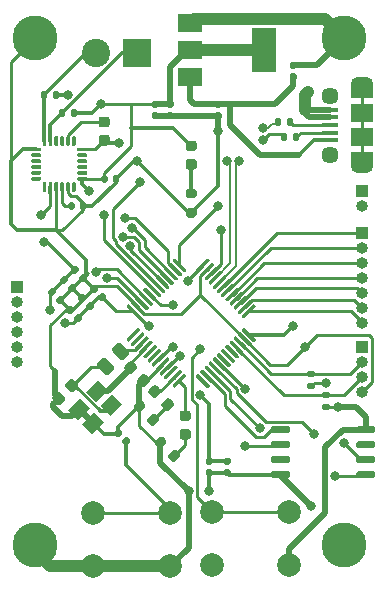
<source format=gbr>
%TF.GenerationSoftware,KiCad,Pcbnew,(5.1.8)-1*%
%TF.CreationDate,2021-05-13T19:04:10-07:00*%
%TF.ProjectId,Astromech3.0,41737472-6f6d-4656-9368-332e302e6b69,rev?*%
%TF.SameCoordinates,Original*%
%TF.FileFunction,Copper,L1,Top*%
%TF.FilePolarity,Positive*%
%FSLAX46Y46*%
G04 Gerber Fmt 4.6, Leading zero omitted, Abs format (unit mm)*
G04 Created by KiCad (PCBNEW (5.1.8)-1) date 2021-05-13 19:04:10*
%MOMM*%
%LPD*%
G01*
G04 APERTURE LIST*
%TA.AperFunction,SMDPad,CuDef*%
%ADD10R,1.900000X1.500000*%
%TD*%
%TA.AperFunction,ComponentPad*%
%ADD11C,1.450000*%
%TD*%
%TA.AperFunction,SMDPad,CuDef*%
%ADD12R,1.350000X0.400000*%
%TD*%
%TA.AperFunction,ComponentPad*%
%ADD13O,1.900000X1.200000*%
%TD*%
%TA.AperFunction,SMDPad,CuDef*%
%ADD14R,1.900000X1.200000*%
%TD*%
%TA.AperFunction,ComponentPad*%
%ADD15C,3.800000*%
%TD*%
%TA.AperFunction,ComponentPad*%
%ADD16O,1.000000X1.000000*%
%TD*%
%TA.AperFunction,ComponentPad*%
%ADD17R,1.000000X1.000000*%
%TD*%
%TA.AperFunction,ComponentPad*%
%ADD18C,2.000000*%
%TD*%
%TA.AperFunction,ComponentPad*%
%ADD19R,2.400000X2.400000*%
%TD*%
%TA.AperFunction,ComponentPad*%
%ADD20C,2.400000*%
%TD*%
%TA.AperFunction,SMDPad,CuDef*%
%ADD21R,2.000000X3.800000*%
%TD*%
%TA.AperFunction,SMDPad,CuDef*%
%ADD22R,2.000000X1.500000*%
%TD*%
%TA.AperFunction,SMDPad,CuDef*%
%ADD23C,0.100000*%
%TD*%
%TA.AperFunction,ViaPad*%
%ADD24C,0.800000*%
%TD*%
%TA.AperFunction,Conductor*%
%ADD25C,0.300000*%
%TD*%
%TA.AperFunction,Conductor*%
%ADD26C,0.500000*%
%TD*%
%TA.AperFunction,Conductor*%
%ADD27C,0.250000*%
%TD*%
%TA.AperFunction,Conductor*%
%ADD28C,1.000000*%
%TD*%
%TA.AperFunction,Conductor*%
%ADD29C,0.200000*%
%TD*%
G04 APERTURE END LIST*
%TO.P,R4,2*%
%TO.N,+3V3*%
%TA.AperFunction,SMDPad,CuDef*%
G36*
G01*
X155180000Y-62161000D02*
X155180000Y-61791000D01*
G75*
G02*
X155315000Y-61656000I135000J0D01*
G01*
X155585000Y-61656000D01*
G75*
G02*
X155720000Y-61791000I0J-135000D01*
G01*
X155720000Y-62161000D01*
G75*
G02*
X155585000Y-62296000I-135000J0D01*
G01*
X155315000Y-62296000D01*
G75*
G02*
X155180000Y-62161000I0J135000D01*
G01*
G37*
%TD.AperFunction*%
%TO.P,R4,1*%
%TO.N,I2C_SDA*%
%TA.AperFunction,SMDPad,CuDef*%
G36*
G01*
X154160000Y-62161000D02*
X154160000Y-61791000D01*
G75*
G02*
X154295000Y-61656000I135000J0D01*
G01*
X154565000Y-61656000D01*
G75*
G02*
X154700000Y-61791000I0J-135000D01*
G01*
X154700000Y-62161000D01*
G75*
G02*
X154565000Y-62296000I-135000J0D01*
G01*
X154295000Y-62296000D01*
G75*
G02*
X154160000Y-62161000I0J135000D01*
G01*
G37*
%TD.AperFunction*%
%TD*%
%TO.P,C15,2*%
%TO.N,Net-(C15-Pad2)*%
%TA.AperFunction,SMDPad,CuDef*%
G36*
G01*
X157026000Y-71204000D02*
X157026000Y-71544000D01*
G75*
G02*
X156886000Y-71684000I-140000J0D01*
G01*
X156606000Y-71684000D01*
G75*
G02*
X156466000Y-71544000I0J140000D01*
G01*
X156466000Y-71204000D01*
G75*
G02*
X156606000Y-71064000I140000J0D01*
G01*
X156886000Y-71064000D01*
G75*
G02*
X157026000Y-71204000I0J-140000D01*
G01*
G37*
%TD.AperFunction*%
%TO.P,C15,1*%
%TO.N,GND*%
%TA.AperFunction,SMDPad,CuDef*%
G36*
G01*
X157986000Y-71204000D02*
X157986000Y-71544000D01*
G75*
G02*
X157846000Y-71684000I-140000J0D01*
G01*
X157566000Y-71684000D01*
G75*
G02*
X157426000Y-71544000I0J140000D01*
G01*
X157426000Y-71204000D01*
G75*
G02*
X157566000Y-71064000I140000J0D01*
G01*
X157846000Y-71064000D01*
G75*
G02*
X157986000Y-71204000I0J-140000D01*
G01*
G37*
%TD.AperFunction*%
%TD*%
%TO.P,R6,1*%
%TO.N,GND*%
%TA.AperFunction,SMDPad,CuDef*%
G36*
G01*
X167153000Y-72345000D02*
X166603000Y-72345000D01*
G75*
G02*
X166403000Y-72145000I0J200000D01*
G01*
X166403000Y-71745000D01*
G75*
G02*
X166603000Y-71545000I200000J0D01*
G01*
X167153000Y-71545000D01*
G75*
G02*
X167353000Y-71745000I0J-200000D01*
G01*
X167353000Y-72145000D01*
G75*
G02*
X167153000Y-72345000I-200000J0D01*
G01*
G37*
%TD.AperFunction*%
%TO.P,R6,2*%
%TO.N,Net-(D1-Pad1)*%
%TA.AperFunction,SMDPad,CuDef*%
G36*
G01*
X167153000Y-70695000D02*
X166603000Y-70695000D01*
G75*
G02*
X166403000Y-70495000I0J200000D01*
G01*
X166403000Y-70095000D01*
G75*
G02*
X166603000Y-69895000I200000J0D01*
G01*
X167153000Y-69895000D01*
G75*
G02*
X167353000Y-70095000I0J-200000D01*
G01*
X167353000Y-70495000D01*
G75*
G02*
X167153000Y-70695000I-200000J0D01*
G01*
G37*
%TD.AperFunction*%
%TD*%
%TO.P,C13,2*%
%TO.N,+3V3*%
%TA.AperFunction,SMDPad,CuDef*%
G36*
G01*
X159820000Y-68918000D02*
X159820000Y-69258000D01*
G75*
G02*
X159680000Y-69398000I-140000J0D01*
G01*
X159400000Y-69398000D01*
G75*
G02*
X159260000Y-69258000I0J140000D01*
G01*
X159260000Y-68918000D01*
G75*
G02*
X159400000Y-68778000I140000J0D01*
G01*
X159680000Y-68778000D01*
G75*
G02*
X159820000Y-68918000I0J-140000D01*
G01*
G37*
%TD.AperFunction*%
%TO.P,C13,1*%
%TO.N,GND*%
%TA.AperFunction,SMDPad,CuDef*%
G36*
G01*
X160780000Y-68918000D02*
X160780000Y-69258000D01*
G75*
G02*
X160640000Y-69398000I-140000J0D01*
G01*
X160360000Y-69398000D01*
G75*
G02*
X160220000Y-69258000I0J140000D01*
G01*
X160220000Y-68918000D01*
G75*
G02*
X160360000Y-68778000I140000J0D01*
G01*
X160640000Y-68778000D01*
G75*
G02*
X160780000Y-68918000I0J-140000D01*
G01*
G37*
%TD.AperFunction*%
%TD*%
%TO.P,C19,2*%
%TO.N,+3V3*%
%TA.AperFunction,SMDPad,CuDef*%
G36*
G01*
X170096000Y-93272000D02*
X169756000Y-93272000D01*
G75*
G02*
X169616000Y-93132000I0J140000D01*
G01*
X169616000Y-92852000D01*
G75*
G02*
X169756000Y-92712000I140000J0D01*
G01*
X170096000Y-92712000D01*
G75*
G02*
X170236000Y-92852000I0J-140000D01*
G01*
X170236000Y-93132000D01*
G75*
G02*
X170096000Y-93272000I-140000J0D01*
G01*
G37*
%TD.AperFunction*%
%TO.P,C19,1*%
%TO.N,GND*%
%TA.AperFunction,SMDPad,CuDef*%
G36*
G01*
X170096000Y-94232000D02*
X169756000Y-94232000D01*
G75*
G02*
X169616000Y-94092000I0J140000D01*
G01*
X169616000Y-93812000D01*
G75*
G02*
X169756000Y-93672000I140000J0D01*
G01*
X170096000Y-93672000D01*
G75*
G02*
X170236000Y-93812000I0J-140000D01*
G01*
X170236000Y-94092000D01*
G75*
G02*
X170096000Y-94232000I-140000J0D01*
G01*
G37*
%TD.AperFunction*%
%TD*%
%TO.P,C18,2*%
%TO.N,+3V3*%
%TA.AperFunction,SMDPad,CuDef*%
G36*
G01*
X168572000Y-93272000D02*
X168232000Y-93272000D01*
G75*
G02*
X168092000Y-93132000I0J140000D01*
G01*
X168092000Y-92852000D01*
G75*
G02*
X168232000Y-92712000I140000J0D01*
G01*
X168572000Y-92712000D01*
G75*
G02*
X168712000Y-92852000I0J-140000D01*
G01*
X168712000Y-93132000D01*
G75*
G02*
X168572000Y-93272000I-140000J0D01*
G01*
G37*
%TD.AperFunction*%
%TO.P,C18,1*%
%TO.N,GND*%
%TA.AperFunction,SMDPad,CuDef*%
G36*
G01*
X168572000Y-94232000D02*
X168232000Y-94232000D01*
G75*
G02*
X168092000Y-94092000I0J140000D01*
G01*
X168092000Y-93812000D01*
G75*
G02*
X168232000Y-93672000I140000J0D01*
G01*
X168572000Y-93672000D01*
G75*
G02*
X168712000Y-93812000I0J-140000D01*
G01*
X168712000Y-94092000D01*
G75*
G02*
X168572000Y-94232000I-140000J0D01*
G01*
G37*
%TD.AperFunction*%
%TD*%
%TO.P,C12,2*%
%TO.N,GND*%
%TA.AperFunction,SMDPad,CuDef*%
G36*
G01*
X175684000Y-59744000D02*
X175344000Y-59744000D01*
G75*
G02*
X175204000Y-59604000I0J140000D01*
G01*
X175204000Y-59324000D01*
G75*
G02*
X175344000Y-59184000I140000J0D01*
G01*
X175684000Y-59184000D01*
G75*
G02*
X175824000Y-59324000I0J-140000D01*
G01*
X175824000Y-59604000D01*
G75*
G02*
X175684000Y-59744000I-140000J0D01*
G01*
G37*
%TD.AperFunction*%
%TO.P,C12,1*%
%TO.N,+5V*%
%TA.AperFunction,SMDPad,CuDef*%
G36*
G01*
X175684000Y-60704000D02*
X175344000Y-60704000D01*
G75*
G02*
X175204000Y-60564000I0J140000D01*
G01*
X175204000Y-60284000D01*
G75*
G02*
X175344000Y-60144000I140000J0D01*
G01*
X175684000Y-60144000D01*
G75*
G02*
X175824000Y-60284000I0J-140000D01*
G01*
X175824000Y-60564000D01*
G75*
G02*
X175684000Y-60704000I-140000J0D01*
G01*
G37*
%TD.AperFunction*%
%TD*%
%TO.P,C11,2*%
%TO.N,GND*%
%TA.AperFunction,SMDPad,CuDef*%
G36*
G01*
X163660000Y-63446000D02*
X164000000Y-63446000D01*
G75*
G02*
X164140000Y-63586000I0J-140000D01*
G01*
X164140000Y-63866000D01*
G75*
G02*
X164000000Y-64006000I-140000J0D01*
G01*
X163660000Y-64006000D01*
G75*
G02*
X163520000Y-63866000I0J140000D01*
G01*
X163520000Y-63586000D01*
G75*
G02*
X163660000Y-63446000I140000J0D01*
G01*
G37*
%TD.AperFunction*%
%TO.P,C11,1*%
%TO.N,+3V3*%
%TA.AperFunction,SMDPad,CuDef*%
G36*
G01*
X163660000Y-62486000D02*
X164000000Y-62486000D01*
G75*
G02*
X164140000Y-62626000I0J-140000D01*
G01*
X164140000Y-62906000D01*
G75*
G02*
X164000000Y-63046000I-140000J0D01*
G01*
X163660000Y-63046000D01*
G75*
G02*
X163520000Y-62906000I0J140000D01*
G01*
X163520000Y-62626000D01*
G75*
G02*
X163660000Y-62486000I140000J0D01*
G01*
G37*
%TD.AperFunction*%
%TD*%
%TO.P,C8,2*%
%TO.N,GND*%
%TA.AperFunction,SMDPad,CuDef*%
G36*
G01*
X168994000Y-63446000D02*
X169334000Y-63446000D01*
G75*
G02*
X169474000Y-63586000I0J-140000D01*
G01*
X169474000Y-63866000D01*
G75*
G02*
X169334000Y-64006000I-140000J0D01*
G01*
X168994000Y-64006000D01*
G75*
G02*
X168854000Y-63866000I0J140000D01*
G01*
X168854000Y-63586000D01*
G75*
G02*
X168994000Y-63446000I140000J0D01*
G01*
G37*
%TD.AperFunction*%
%TO.P,C8,1*%
%TO.N,+5V*%
%TA.AperFunction,SMDPad,CuDef*%
G36*
G01*
X168994000Y-62486000D02*
X169334000Y-62486000D01*
G75*
G02*
X169474000Y-62626000I0J-140000D01*
G01*
X169474000Y-62906000D01*
G75*
G02*
X169334000Y-63046000I-140000J0D01*
G01*
X168994000Y-63046000D01*
G75*
G02*
X168854000Y-62906000I0J140000D01*
G01*
X168854000Y-62626000D01*
G75*
G02*
X168994000Y-62486000I140000J0D01*
G01*
G37*
%TD.AperFunction*%
%TD*%
%TO.P,C17,2*%
%TO.N,GND*%
%TA.AperFunction,SMDPad,CuDef*%
G36*
G01*
X164930000Y-63446000D02*
X165270000Y-63446000D01*
G75*
G02*
X165410000Y-63586000I0J-140000D01*
G01*
X165410000Y-63866000D01*
G75*
G02*
X165270000Y-64006000I-140000J0D01*
G01*
X164930000Y-64006000D01*
G75*
G02*
X164790000Y-63866000I0J140000D01*
G01*
X164790000Y-63586000D01*
G75*
G02*
X164930000Y-63446000I140000J0D01*
G01*
G37*
%TD.AperFunction*%
%TO.P,C17,1*%
%TO.N,+3V3*%
%TA.AperFunction,SMDPad,CuDef*%
G36*
G01*
X164930000Y-62486000D02*
X165270000Y-62486000D01*
G75*
G02*
X165410000Y-62626000I0J-140000D01*
G01*
X165410000Y-62906000D01*
G75*
G02*
X165270000Y-63046000I-140000J0D01*
G01*
X164930000Y-63046000D01*
G75*
G02*
X164790000Y-62906000I0J140000D01*
G01*
X164790000Y-62626000D01*
G75*
G02*
X164930000Y-62486000I140000J0D01*
G01*
G37*
%TD.AperFunction*%
%TD*%
%TO.P,U1,1*%
%TO.N,VBAT*%
%TA.AperFunction,SMDPad,CuDef*%
G36*
G01*
X161521666Y-82853312D02*
X161415600Y-82747246D01*
G75*
G02*
X161415600Y-82641180I53033J53033D01*
G01*
X162352516Y-81704264D01*
G75*
G02*
X162458582Y-81704264I53033J-53033D01*
G01*
X162564648Y-81810330D01*
G75*
G02*
X162564648Y-81916396I-53033J-53033D01*
G01*
X161627732Y-82853312D01*
G75*
G02*
X161521666Y-82853312I-53033J53033D01*
G01*
G37*
%TD.AperFunction*%
%TO.P,U1,2*%
%TO.N,Net-(U1-Pad2)*%
%TA.AperFunction,SMDPad,CuDef*%
G36*
G01*
X161875220Y-83206866D02*
X161769154Y-83100800D01*
G75*
G02*
X161769154Y-82994734I53033J53033D01*
G01*
X162706070Y-82057818D01*
G75*
G02*
X162812136Y-82057818I53033J-53033D01*
G01*
X162918202Y-82163884D01*
G75*
G02*
X162918202Y-82269950I-53033J-53033D01*
G01*
X161981286Y-83206866D01*
G75*
G02*
X161875220Y-83206866I-53033J53033D01*
G01*
G37*
%TD.AperFunction*%
%TO.P,U1,3*%
%TO.N,OSC_IN*%
%TA.AperFunction,SMDPad,CuDef*%
G36*
G01*
X162228773Y-83560419D02*
X162122707Y-83454353D01*
G75*
G02*
X162122707Y-83348287I53033J53033D01*
G01*
X163059623Y-82411371D01*
G75*
G02*
X163165689Y-82411371I53033J-53033D01*
G01*
X163271755Y-82517437D01*
G75*
G02*
X163271755Y-82623503I-53033J-53033D01*
G01*
X162334839Y-83560419D01*
G75*
G02*
X162228773Y-83560419I-53033J53033D01*
G01*
G37*
%TD.AperFunction*%
%TO.P,U1,4*%
%TO.N,OSC_OUT*%
%TA.AperFunction,SMDPad,CuDef*%
G36*
G01*
X162582327Y-83913973D02*
X162476261Y-83807907D01*
G75*
G02*
X162476261Y-83701841I53033J53033D01*
G01*
X163413177Y-82764925D01*
G75*
G02*
X163519243Y-82764925I53033J-53033D01*
G01*
X163625309Y-82870991D01*
G75*
G02*
X163625309Y-82977057I-53033J-53033D01*
G01*
X162688393Y-83913973D01*
G75*
G02*
X162582327Y-83913973I-53033J53033D01*
G01*
G37*
%TD.AperFunction*%
%TO.P,U1,5*%
%TO.N,Net-(U1-Pad5)*%
%TA.AperFunction,SMDPad,CuDef*%
G36*
G01*
X162935880Y-84267526D02*
X162829814Y-84161460D01*
G75*
G02*
X162829814Y-84055394I53033J53033D01*
G01*
X163766730Y-83118478D01*
G75*
G02*
X163872796Y-83118478I53033J-53033D01*
G01*
X163978862Y-83224544D01*
G75*
G02*
X163978862Y-83330610I-53033J-53033D01*
G01*
X163041946Y-84267526D01*
G75*
G02*
X162935880Y-84267526I-53033J53033D01*
G01*
G37*
%TD.AperFunction*%
%TO.P,U1,6*%
%TO.N,Net-(U1-Pad6)*%
%TA.AperFunction,SMDPad,CuDef*%
G36*
G01*
X163289433Y-84621079D02*
X163183367Y-84515013D01*
G75*
G02*
X163183367Y-84408947I53033J53033D01*
G01*
X164120283Y-83472031D01*
G75*
G02*
X164226349Y-83472031I53033J-53033D01*
G01*
X164332415Y-83578097D01*
G75*
G02*
X164332415Y-83684163I-53033J-53033D01*
G01*
X163395499Y-84621079D01*
G75*
G02*
X163289433Y-84621079I-53033J53033D01*
G01*
G37*
%TD.AperFunction*%
%TO.P,U1,7*%
%TO.N,RESET*%
%TA.AperFunction,SMDPad,CuDef*%
G36*
G01*
X163642987Y-84974633D02*
X163536921Y-84868567D01*
G75*
G02*
X163536921Y-84762501I53033J53033D01*
G01*
X164473837Y-83825585D01*
G75*
G02*
X164579903Y-83825585I53033J-53033D01*
G01*
X164685969Y-83931651D01*
G75*
G02*
X164685969Y-84037717I-53033J-53033D01*
G01*
X163749053Y-84974633D01*
G75*
G02*
X163642987Y-84974633I-53033J53033D01*
G01*
G37*
%TD.AperFunction*%
%TO.P,U1,8*%
%TO.N,GND*%
%TA.AperFunction,SMDPad,CuDef*%
G36*
G01*
X163996540Y-85328186D02*
X163890474Y-85222120D01*
G75*
G02*
X163890474Y-85116054I53033J53033D01*
G01*
X164827390Y-84179138D01*
G75*
G02*
X164933456Y-84179138I53033J-53033D01*
G01*
X165039522Y-84285204D01*
G75*
G02*
X165039522Y-84391270I-53033J-53033D01*
G01*
X164102606Y-85328186D01*
G75*
G02*
X163996540Y-85328186I-53033J53033D01*
G01*
G37*
%TD.AperFunction*%
%TO.P,U1,9*%
%TO.N,+3V3*%
%TA.AperFunction,SMDPad,CuDef*%
G36*
G01*
X164350093Y-85681739D02*
X164244027Y-85575673D01*
G75*
G02*
X164244027Y-85469607I53033J53033D01*
G01*
X165180943Y-84532691D01*
G75*
G02*
X165287009Y-84532691I53033J-53033D01*
G01*
X165393075Y-84638757D01*
G75*
G02*
X165393075Y-84744823I-53033J-53033D01*
G01*
X164456159Y-85681739D01*
G75*
G02*
X164350093Y-85681739I-53033J53033D01*
G01*
G37*
%TD.AperFunction*%
%TO.P,U1,10*%
%TO.N,Net-(U1-Pad10)*%
%TA.AperFunction,SMDPad,CuDef*%
G36*
G01*
X164703647Y-86035293D02*
X164597581Y-85929227D01*
G75*
G02*
X164597581Y-85823161I53033J53033D01*
G01*
X165534497Y-84886245D01*
G75*
G02*
X165640563Y-84886245I53033J-53033D01*
G01*
X165746629Y-84992311D01*
G75*
G02*
X165746629Y-85098377I-53033J-53033D01*
G01*
X164809713Y-86035293D01*
G75*
G02*
X164703647Y-86035293I-53033J53033D01*
G01*
G37*
%TD.AperFunction*%
%TO.P,U1,11*%
%TO.N,STATUS1*%
%TA.AperFunction,SMDPad,CuDef*%
G36*
G01*
X165057200Y-86388846D02*
X164951134Y-86282780D01*
G75*
G02*
X164951134Y-86176714I53033J53033D01*
G01*
X165888050Y-85239798D01*
G75*
G02*
X165994116Y-85239798I53033J-53033D01*
G01*
X166100182Y-85345864D01*
G75*
G02*
X166100182Y-85451930I-53033J-53033D01*
G01*
X165163266Y-86388846D01*
G75*
G02*
X165057200Y-86388846I-53033J53033D01*
G01*
G37*
%TD.AperFunction*%
%TO.P,U1,12*%
%TO.N,STATUS0*%
%TA.AperFunction,SMDPad,CuDef*%
G36*
G01*
X165410754Y-86742400D02*
X165304688Y-86636334D01*
G75*
G02*
X165304688Y-86530268I53033J53033D01*
G01*
X166241604Y-85593352D01*
G75*
G02*
X166347670Y-85593352I53033J-53033D01*
G01*
X166453736Y-85699418D01*
G75*
G02*
X166453736Y-85805484I-53033J-53033D01*
G01*
X165516820Y-86742400D01*
G75*
G02*
X165410754Y-86742400I-53033J53033D01*
G01*
G37*
%TD.AperFunction*%
%TO.P,U1,13*%
%TO.N,Net-(U1-Pad13)*%
%TA.AperFunction,SMDPad,CuDef*%
G36*
G01*
X168239180Y-86742400D02*
X167302264Y-85805484D01*
G75*
G02*
X167302264Y-85699418I53033J53033D01*
G01*
X167408330Y-85593352D01*
G75*
G02*
X167514396Y-85593352I53033J-53033D01*
G01*
X168451312Y-86530268D01*
G75*
G02*
X168451312Y-86636334I-53033J-53033D01*
G01*
X168345246Y-86742400D01*
G75*
G02*
X168239180Y-86742400I-53033J53033D01*
G01*
G37*
%TD.AperFunction*%
%TO.P,U1,14*%
%TO.N,QSPI_CS*%
%TA.AperFunction,SMDPad,CuDef*%
G36*
G01*
X168592734Y-86388846D02*
X167655818Y-85451930D01*
G75*
G02*
X167655818Y-85345864I53033J53033D01*
G01*
X167761884Y-85239798D01*
G75*
G02*
X167867950Y-85239798I53033J-53033D01*
G01*
X168804866Y-86176714D01*
G75*
G02*
X168804866Y-86282780I-53033J-53033D01*
G01*
X168698800Y-86388846D01*
G75*
G02*
X168592734Y-86388846I-53033J53033D01*
G01*
G37*
%TD.AperFunction*%
%TO.P,U1,15*%
%TO.N,QSPI_CLK*%
%TA.AperFunction,SMDPad,CuDef*%
G36*
G01*
X168946287Y-86035293D02*
X168009371Y-85098377D01*
G75*
G02*
X168009371Y-84992311I53033J53033D01*
G01*
X168115437Y-84886245D01*
G75*
G02*
X168221503Y-84886245I53033J-53033D01*
G01*
X169158419Y-85823161D01*
G75*
G02*
X169158419Y-85929227I-53033J-53033D01*
G01*
X169052353Y-86035293D01*
G75*
G02*
X168946287Y-86035293I-53033J53033D01*
G01*
G37*
%TD.AperFunction*%
%TO.P,U1,16*%
%TO.N,SPI_MISO*%
%TA.AperFunction,SMDPad,CuDef*%
G36*
G01*
X169299841Y-85681739D02*
X168362925Y-84744823D01*
G75*
G02*
X168362925Y-84638757I53033J53033D01*
G01*
X168468991Y-84532691D01*
G75*
G02*
X168575057Y-84532691I53033J-53033D01*
G01*
X169511973Y-85469607D01*
G75*
G02*
X169511973Y-85575673I-53033J-53033D01*
G01*
X169405907Y-85681739D01*
G75*
G02*
X169299841Y-85681739I-53033J53033D01*
G01*
G37*
%TD.AperFunction*%
%TO.P,U1,17*%
%TO.N,SPI_MOSI*%
%TA.AperFunction,SMDPad,CuDef*%
G36*
G01*
X169653394Y-85328186D02*
X168716478Y-84391270D01*
G75*
G02*
X168716478Y-84285204I53033J53033D01*
G01*
X168822544Y-84179138D01*
G75*
G02*
X168928610Y-84179138I53033J-53033D01*
G01*
X169865526Y-85116054D01*
G75*
G02*
X169865526Y-85222120I-53033J-53033D01*
G01*
X169759460Y-85328186D01*
G75*
G02*
X169653394Y-85328186I-53033J53033D01*
G01*
G37*
%TD.AperFunction*%
%TO.P,U1,18*%
%TO.N,PB0*%
%TA.AperFunction,SMDPad,CuDef*%
G36*
G01*
X170006947Y-84974633D02*
X169070031Y-84037717D01*
G75*
G02*
X169070031Y-83931651I53033J53033D01*
G01*
X169176097Y-83825585D01*
G75*
G02*
X169282163Y-83825585I53033J-53033D01*
G01*
X170219079Y-84762501D01*
G75*
G02*
X170219079Y-84868567I-53033J-53033D01*
G01*
X170113013Y-84974633D01*
G75*
G02*
X170006947Y-84974633I-53033J53033D01*
G01*
G37*
%TD.AperFunction*%
%TO.P,U1,19*%
%TO.N,PB1*%
%TA.AperFunction,SMDPad,CuDef*%
G36*
G01*
X170360501Y-84621079D02*
X169423585Y-83684163D01*
G75*
G02*
X169423585Y-83578097I53033J53033D01*
G01*
X169529651Y-83472031D01*
G75*
G02*
X169635717Y-83472031I53033J-53033D01*
G01*
X170572633Y-84408947D01*
G75*
G02*
X170572633Y-84515013I-53033J-53033D01*
G01*
X170466567Y-84621079D01*
G75*
G02*
X170360501Y-84621079I-53033J53033D01*
G01*
G37*
%TD.AperFunction*%
%TO.P,U1,20*%
%TO.N,PB2*%
%TA.AperFunction,SMDPad,CuDef*%
G36*
G01*
X170714054Y-84267526D02*
X169777138Y-83330610D01*
G75*
G02*
X169777138Y-83224544I53033J53033D01*
G01*
X169883204Y-83118478D01*
G75*
G02*
X169989270Y-83118478I53033J-53033D01*
G01*
X170926186Y-84055394D01*
G75*
G02*
X170926186Y-84161460I-53033J-53033D01*
G01*
X170820120Y-84267526D01*
G75*
G02*
X170714054Y-84267526I-53033J53033D01*
G01*
G37*
%TD.AperFunction*%
%TO.P,U1,21*%
%TO.N,UART_RX*%
%TA.AperFunction,SMDPad,CuDef*%
G36*
G01*
X171067607Y-83913973D02*
X170130691Y-82977057D01*
G75*
G02*
X170130691Y-82870991I53033J53033D01*
G01*
X170236757Y-82764925D01*
G75*
G02*
X170342823Y-82764925I53033J-53033D01*
G01*
X171279739Y-83701841D01*
G75*
G02*
X171279739Y-83807907I-53033J-53033D01*
G01*
X171173673Y-83913973D01*
G75*
G02*
X171067607Y-83913973I-53033J53033D01*
G01*
G37*
%TD.AperFunction*%
%TO.P,U1,22*%
%TO.N,UART_TX*%
%TA.AperFunction,SMDPad,CuDef*%
G36*
G01*
X171421161Y-83560419D02*
X170484245Y-82623503D01*
G75*
G02*
X170484245Y-82517437I53033J53033D01*
G01*
X170590311Y-82411371D01*
G75*
G02*
X170696377Y-82411371I53033J-53033D01*
G01*
X171633293Y-83348287D01*
G75*
G02*
X171633293Y-83454353I-53033J-53033D01*
G01*
X171527227Y-83560419D01*
G75*
G02*
X171421161Y-83560419I-53033J53033D01*
G01*
G37*
%TD.AperFunction*%
%TO.P,U1,23*%
%TO.N,GND*%
%TA.AperFunction,SMDPad,CuDef*%
G36*
G01*
X171774714Y-83206866D02*
X170837798Y-82269950D01*
G75*
G02*
X170837798Y-82163884I53033J53033D01*
G01*
X170943864Y-82057818D01*
G75*
G02*
X171049930Y-82057818I53033J-53033D01*
G01*
X171986846Y-82994734D01*
G75*
G02*
X171986846Y-83100800I-53033J-53033D01*
G01*
X171880780Y-83206866D01*
G75*
G02*
X171774714Y-83206866I-53033J53033D01*
G01*
G37*
%TD.AperFunction*%
%TO.P,U1,24*%
%TO.N,+3V3*%
%TA.AperFunction,SMDPad,CuDef*%
G36*
G01*
X172128268Y-82853312D02*
X171191352Y-81916396D01*
G75*
G02*
X171191352Y-81810330I53033J53033D01*
G01*
X171297418Y-81704264D01*
G75*
G02*
X171403484Y-81704264I53033J-53033D01*
G01*
X172340400Y-82641180D01*
G75*
G02*
X172340400Y-82747246I-53033J-53033D01*
G01*
X172234334Y-82853312D01*
G75*
G02*
X172128268Y-82853312I-53033J53033D01*
G01*
G37*
%TD.AperFunction*%
%TO.P,U1,25*%
%TO.N,PB12*%
%TA.AperFunction,SMDPad,CuDef*%
G36*
G01*
X171297418Y-80855736D02*
X171191352Y-80749670D01*
G75*
G02*
X171191352Y-80643604I53033J53033D01*
G01*
X172128268Y-79706688D01*
G75*
G02*
X172234334Y-79706688I53033J-53033D01*
G01*
X172340400Y-79812754D01*
G75*
G02*
X172340400Y-79918820I-53033J-53033D01*
G01*
X171403484Y-80855736D01*
G75*
G02*
X171297418Y-80855736I-53033J53033D01*
G01*
G37*
%TD.AperFunction*%
%TO.P,U1,26*%
%TO.N,PB13*%
%TA.AperFunction,SMDPad,CuDef*%
G36*
G01*
X170943864Y-80502182D02*
X170837798Y-80396116D01*
G75*
G02*
X170837798Y-80290050I53033J53033D01*
G01*
X171774714Y-79353134D01*
G75*
G02*
X171880780Y-79353134I53033J-53033D01*
G01*
X171986846Y-79459200D01*
G75*
G02*
X171986846Y-79565266I-53033J-53033D01*
G01*
X171049930Y-80502182D01*
G75*
G02*
X170943864Y-80502182I-53033J53033D01*
G01*
G37*
%TD.AperFunction*%
%TO.P,U1,27*%
%TO.N,PB14*%
%TA.AperFunction,SMDPad,CuDef*%
G36*
G01*
X170590311Y-80148629D02*
X170484245Y-80042563D01*
G75*
G02*
X170484245Y-79936497I53033J53033D01*
G01*
X171421161Y-78999581D01*
G75*
G02*
X171527227Y-78999581I53033J-53033D01*
G01*
X171633293Y-79105647D01*
G75*
G02*
X171633293Y-79211713I-53033J-53033D01*
G01*
X170696377Y-80148629D01*
G75*
G02*
X170590311Y-80148629I-53033J53033D01*
G01*
G37*
%TD.AperFunction*%
%TO.P,U1,28*%
%TO.N,PB15*%
%TA.AperFunction,SMDPad,CuDef*%
G36*
G01*
X170236757Y-79795075D02*
X170130691Y-79689009D01*
G75*
G02*
X170130691Y-79582943I53033J53033D01*
G01*
X171067607Y-78646027D01*
G75*
G02*
X171173673Y-78646027I53033J-53033D01*
G01*
X171279739Y-78752093D01*
G75*
G02*
X171279739Y-78858159I-53033J-53033D01*
G01*
X170342823Y-79795075D01*
G75*
G02*
X170236757Y-79795075I-53033J53033D01*
G01*
G37*
%TD.AperFunction*%
%TO.P,U1,29*%
%TO.N,PA8*%
%TA.AperFunction,SMDPad,CuDef*%
G36*
G01*
X169883204Y-79441522D02*
X169777138Y-79335456D01*
G75*
G02*
X169777138Y-79229390I53033J53033D01*
G01*
X170714054Y-78292474D01*
G75*
G02*
X170820120Y-78292474I53033J-53033D01*
G01*
X170926186Y-78398540D01*
G75*
G02*
X170926186Y-78504606I-53033J-53033D01*
G01*
X169989270Y-79441522D01*
G75*
G02*
X169883204Y-79441522I-53033J53033D01*
G01*
G37*
%TD.AperFunction*%
%TO.P,U1,30*%
%TO.N,PA9*%
%TA.AperFunction,SMDPad,CuDef*%
G36*
G01*
X169529651Y-79087969D02*
X169423585Y-78981903D01*
G75*
G02*
X169423585Y-78875837I53033J53033D01*
G01*
X170360501Y-77938921D01*
G75*
G02*
X170466567Y-77938921I53033J-53033D01*
G01*
X170572633Y-78044987D01*
G75*
G02*
X170572633Y-78151053I-53033J-53033D01*
G01*
X169635717Y-79087969D01*
G75*
G02*
X169529651Y-79087969I-53033J53033D01*
G01*
G37*
%TD.AperFunction*%
%TO.P,U1,31*%
%TO.N,PA10*%
%TA.AperFunction,SMDPad,CuDef*%
G36*
G01*
X169176097Y-78734415D02*
X169070031Y-78628349D01*
G75*
G02*
X169070031Y-78522283I53033J53033D01*
G01*
X170006947Y-77585367D01*
G75*
G02*
X170113013Y-77585367I53033J-53033D01*
G01*
X170219079Y-77691433D01*
G75*
G02*
X170219079Y-77797499I-53033J-53033D01*
G01*
X169282163Y-78734415D01*
G75*
G02*
X169176097Y-78734415I-53033J53033D01*
G01*
G37*
%TD.AperFunction*%
%TO.P,U1,32*%
%TO.N,D-*%
%TA.AperFunction,SMDPad,CuDef*%
G36*
G01*
X168822544Y-78380862D02*
X168716478Y-78274796D01*
G75*
G02*
X168716478Y-78168730I53033J53033D01*
G01*
X169653394Y-77231814D01*
G75*
G02*
X169759460Y-77231814I53033J-53033D01*
G01*
X169865526Y-77337880D01*
G75*
G02*
X169865526Y-77443946I-53033J-53033D01*
G01*
X168928610Y-78380862D01*
G75*
G02*
X168822544Y-78380862I-53033J53033D01*
G01*
G37*
%TD.AperFunction*%
%TO.P,U1,33*%
%TO.N,D+*%
%TA.AperFunction,SMDPad,CuDef*%
G36*
G01*
X168468991Y-78027309D02*
X168362925Y-77921243D01*
G75*
G02*
X168362925Y-77815177I53033J53033D01*
G01*
X169299841Y-76878261D01*
G75*
G02*
X169405907Y-76878261I53033J-53033D01*
G01*
X169511973Y-76984327D01*
G75*
G02*
X169511973Y-77090393I-53033J-53033D01*
G01*
X168575057Y-78027309D01*
G75*
G02*
X168468991Y-78027309I-53033J53033D01*
G01*
G37*
%TD.AperFunction*%
%TO.P,U1,34*%
%TO.N,SWDIO*%
%TA.AperFunction,SMDPad,CuDef*%
G36*
G01*
X168115437Y-77673755D02*
X168009371Y-77567689D01*
G75*
G02*
X168009371Y-77461623I53033J53033D01*
G01*
X168946287Y-76524707D01*
G75*
G02*
X169052353Y-76524707I53033J-53033D01*
G01*
X169158419Y-76630773D01*
G75*
G02*
X169158419Y-76736839I-53033J-53033D01*
G01*
X168221503Y-77673755D01*
G75*
G02*
X168115437Y-77673755I-53033J53033D01*
G01*
G37*
%TD.AperFunction*%
%TO.P,U1,35*%
%TO.N,GND*%
%TA.AperFunction,SMDPad,CuDef*%
G36*
G01*
X167761884Y-77320202D02*
X167655818Y-77214136D01*
G75*
G02*
X167655818Y-77108070I53033J53033D01*
G01*
X168592734Y-76171154D01*
G75*
G02*
X168698800Y-76171154I53033J-53033D01*
G01*
X168804866Y-76277220D01*
G75*
G02*
X168804866Y-76383286I-53033J-53033D01*
G01*
X167867950Y-77320202D01*
G75*
G02*
X167761884Y-77320202I-53033J53033D01*
G01*
G37*
%TD.AperFunction*%
%TO.P,U1,36*%
%TO.N,+3V3*%
%TA.AperFunction,SMDPad,CuDef*%
G36*
G01*
X167408330Y-76966648D02*
X167302264Y-76860582D01*
G75*
G02*
X167302264Y-76754516I53033J53033D01*
G01*
X168239180Y-75817600D01*
G75*
G02*
X168345246Y-75817600I53033J-53033D01*
G01*
X168451312Y-75923666D01*
G75*
G02*
X168451312Y-76029732I-53033J-53033D01*
G01*
X167514396Y-76966648D01*
G75*
G02*
X167408330Y-76966648I-53033J53033D01*
G01*
G37*
%TD.AperFunction*%
%TO.P,U1,37*%
%TO.N,SWCLK*%
%TA.AperFunction,SMDPad,CuDef*%
G36*
G01*
X166241604Y-76966648D02*
X165304688Y-76029732D01*
G75*
G02*
X165304688Y-75923666I53033J53033D01*
G01*
X165410754Y-75817600D01*
G75*
G02*
X165516820Y-75817600I53033J-53033D01*
G01*
X166453736Y-76754516D01*
G75*
G02*
X166453736Y-76860582I-53033J-53033D01*
G01*
X166347670Y-76966648D01*
G75*
G02*
X166241604Y-76966648I-53033J53033D01*
G01*
G37*
%TD.AperFunction*%
%TO.P,U1,38*%
%TO.N,PA15*%
%TA.AperFunction,SMDPad,CuDef*%
G36*
G01*
X165888050Y-77320202D02*
X164951134Y-76383286D01*
G75*
G02*
X164951134Y-76277220I53033J53033D01*
G01*
X165057200Y-76171154D01*
G75*
G02*
X165163266Y-76171154I53033J-53033D01*
G01*
X166100182Y-77108070D01*
G75*
G02*
X166100182Y-77214136I-53033J-53033D01*
G01*
X165994116Y-77320202D01*
G75*
G02*
X165888050Y-77320202I-53033J53033D01*
G01*
G37*
%TD.AperFunction*%
%TO.P,U1,39*%
%TO.N,PB3*%
%TA.AperFunction,SMDPad,CuDef*%
G36*
G01*
X165534497Y-77673755D02*
X164597581Y-76736839D01*
G75*
G02*
X164597581Y-76630773I53033J53033D01*
G01*
X164703647Y-76524707D01*
G75*
G02*
X164809713Y-76524707I53033J-53033D01*
G01*
X165746629Y-77461623D01*
G75*
G02*
X165746629Y-77567689I-53033J-53033D01*
G01*
X165640563Y-77673755D01*
G75*
G02*
X165534497Y-77673755I-53033J53033D01*
G01*
G37*
%TD.AperFunction*%
%TO.P,U1,40*%
%TO.N,PB4*%
%TA.AperFunction,SMDPad,CuDef*%
G36*
G01*
X165180943Y-78027309D02*
X164244027Y-77090393D01*
G75*
G02*
X164244027Y-76984327I53033J53033D01*
G01*
X164350093Y-76878261D01*
G75*
G02*
X164456159Y-76878261I53033J-53033D01*
G01*
X165393075Y-77815177D01*
G75*
G02*
X165393075Y-77921243I-53033J-53033D01*
G01*
X165287009Y-78027309D01*
G75*
G02*
X165180943Y-78027309I-53033J53033D01*
G01*
G37*
%TD.AperFunction*%
%TO.P,U1,41*%
%TO.N,PB5*%
%TA.AperFunction,SMDPad,CuDef*%
G36*
G01*
X164827390Y-78380862D02*
X163890474Y-77443946D01*
G75*
G02*
X163890474Y-77337880I53033J53033D01*
G01*
X163996540Y-77231814D01*
G75*
G02*
X164102606Y-77231814I53033J-53033D01*
G01*
X165039522Y-78168730D01*
G75*
G02*
X165039522Y-78274796I-53033J-53033D01*
G01*
X164933456Y-78380862D01*
G75*
G02*
X164827390Y-78380862I-53033J53033D01*
G01*
G37*
%TD.AperFunction*%
%TO.P,U1,42*%
%TO.N,I2C_SCL*%
%TA.AperFunction,SMDPad,CuDef*%
G36*
G01*
X164473837Y-78734415D02*
X163536921Y-77797499D01*
G75*
G02*
X163536921Y-77691433I53033J53033D01*
G01*
X163642987Y-77585367D01*
G75*
G02*
X163749053Y-77585367I53033J-53033D01*
G01*
X164685969Y-78522283D01*
G75*
G02*
X164685969Y-78628349I-53033J-53033D01*
G01*
X164579903Y-78734415D01*
G75*
G02*
X164473837Y-78734415I-53033J53033D01*
G01*
G37*
%TD.AperFunction*%
%TO.P,U1,43*%
%TO.N,I2C_SDA*%
%TA.AperFunction,SMDPad,CuDef*%
G36*
G01*
X164120283Y-79087969D02*
X163183367Y-78151053D01*
G75*
G02*
X163183367Y-78044987I53033J53033D01*
G01*
X163289433Y-77938921D01*
G75*
G02*
X163395499Y-77938921I53033J-53033D01*
G01*
X164332415Y-78875837D01*
G75*
G02*
X164332415Y-78981903I-53033J-53033D01*
G01*
X164226349Y-79087969D01*
G75*
G02*
X164120283Y-79087969I-53033J53033D01*
G01*
G37*
%TD.AperFunction*%
%TO.P,U1,44*%
%TO.N,BOOT0*%
%TA.AperFunction,SMDPad,CuDef*%
G36*
G01*
X163766730Y-79441522D02*
X162829814Y-78504606D01*
G75*
G02*
X162829814Y-78398540I53033J53033D01*
G01*
X162935880Y-78292474D01*
G75*
G02*
X163041946Y-78292474I53033J-53033D01*
G01*
X163978862Y-79229390D01*
G75*
G02*
X163978862Y-79335456I-53033J-53033D01*
G01*
X163872796Y-79441522D01*
G75*
G02*
X163766730Y-79441522I-53033J53033D01*
G01*
G37*
%TD.AperFunction*%
%TO.P,U1,45*%
%TO.N,PB8*%
%TA.AperFunction,SMDPad,CuDef*%
G36*
G01*
X163413177Y-79795075D02*
X162476261Y-78858159D01*
G75*
G02*
X162476261Y-78752093I53033J53033D01*
G01*
X162582327Y-78646027D01*
G75*
G02*
X162688393Y-78646027I53033J-53033D01*
G01*
X163625309Y-79582943D01*
G75*
G02*
X163625309Y-79689009I-53033J-53033D01*
G01*
X163519243Y-79795075D01*
G75*
G02*
X163413177Y-79795075I-53033J53033D01*
G01*
G37*
%TD.AperFunction*%
%TO.P,U1,46*%
%TO.N,PB9*%
%TA.AperFunction,SMDPad,CuDef*%
G36*
G01*
X163059623Y-80148629D02*
X162122707Y-79211713D01*
G75*
G02*
X162122707Y-79105647I53033J53033D01*
G01*
X162228773Y-78999581D01*
G75*
G02*
X162334839Y-78999581I53033J-53033D01*
G01*
X163271755Y-79936497D01*
G75*
G02*
X163271755Y-80042563I-53033J-53033D01*
G01*
X163165689Y-80148629D01*
G75*
G02*
X163059623Y-80148629I-53033J53033D01*
G01*
G37*
%TD.AperFunction*%
%TO.P,U1,47*%
%TO.N,GND*%
%TA.AperFunction,SMDPad,CuDef*%
G36*
G01*
X162706070Y-80502182D02*
X161769154Y-79565266D01*
G75*
G02*
X161769154Y-79459200I53033J53033D01*
G01*
X161875220Y-79353134D01*
G75*
G02*
X161981286Y-79353134I53033J-53033D01*
G01*
X162918202Y-80290050D01*
G75*
G02*
X162918202Y-80396116I-53033J-53033D01*
G01*
X162812136Y-80502182D01*
G75*
G02*
X162706070Y-80502182I-53033J53033D01*
G01*
G37*
%TD.AperFunction*%
%TO.P,U1,48*%
%TO.N,+3V3*%
%TA.AperFunction,SMDPad,CuDef*%
G36*
G01*
X162352516Y-80855736D02*
X161415600Y-79918820D01*
G75*
G02*
X161415600Y-79812754I53033J53033D01*
G01*
X161521666Y-79706688D01*
G75*
G02*
X161627732Y-79706688I53033J-53033D01*
G01*
X162564648Y-80643604D01*
G75*
G02*
X162564648Y-80749670I-53033J-53033D01*
G01*
X162458582Y-80855736D01*
G75*
G02*
X162352516Y-80855736I-53033J53033D01*
G01*
G37*
%TD.AperFunction*%
%TD*%
D10*
%TO.P,J3,6*%
%TO.N,Net-(J3-Pad6)*%
X181323500Y-63516000D03*
D11*
X178623500Y-67016000D03*
D12*
%TO.P,J3,2*%
%TO.N,Net-(J3-Pad2)*%
X178623500Y-65166000D03*
%TO.P,J3,1*%
%TO.N,+5V*%
X178623500Y-65816000D03*
%TO.P,J3,5*%
%TO.N,GND*%
X178623500Y-63216000D03*
%TO.P,J3,4*%
X178623500Y-63866000D03*
%TO.P,J3,3*%
%TO.N,Net-(J3-Pad3)*%
X178623500Y-64516000D03*
D11*
%TO.P,J3,6*%
%TO.N,Net-(J3-Pad6)*%
X178623500Y-62016000D03*
D10*
X181323500Y-65516000D03*
D13*
X181323500Y-68016000D03*
X181323500Y-61016000D03*
D14*
X181323500Y-61616000D03*
X181323500Y-67416000D03*
%TD*%
D15*
%TO.P,H4,1*%
%TO.N,GND*%
X153670000Y-100076000D03*
%TD*%
D16*
%TO.P,J5,7*%
%TO.N,PB12*%
X181356000Y-81280000D03*
%TO.P,J5,6*%
%TO.N,PB13*%
X181356000Y-80010000D03*
%TO.P,J5,5*%
%TO.N,PB14*%
X181356000Y-78740000D03*
%TO.P,J5,4*%
%TO.N,PB15*%
X181356000Y-77470000D03*
%TO.P,J5,3*%
%TO.N,PA8*%
X181356000Y-76200000D03*
%TO.P,J5,2*%
%TO.N,PA9*%
X181356000Y-74930000D03*
D17*
%TO.P,J5,1*%
%TO.N,PA10*%
X181356000Y-73660000D03*
%TD*%
%TO.P,U4,1*%
%TO.N,QSPI_CS*%
%TA.AperFunction,SMDPad,CuDef*%
G36*
G01*
X173654000Y-90447000D02*
X173654000Y-90147000D01*
G75*
G02*
X173804000Y-89997000I150000J0D01*
G01*
X175104000Y-89997000D01*
G75*
G02*
X175254000Y-90147000I0J-150000D01*
G01*
X175254000Y-90447000D01*
G75*
G02*
X175104000Y-90597000I-150000J0D01*
G01*
X173804000Y-90597000D01*
G75*
G02*
X173654000Y-90447000I0J150000D01*
G01*
G37*
%TD.AperFunction*%
%TO.P,U4,2*%
%TO.N,SPI_MOSI*%
%TA.AperFunction,SMDPad,CuDef*%
G36*
G01*
X173654000Y-91717000D02*
X173654000Y-91417000D01*
G75*
G02*
X173804000Y-91267000I150000J0D01*
G01*
X175104000Y-91267000D01*
G75*
G02*
X175254000Y-91417000I0J-150000D01*
G01*
X175254000Y-91717000D01*
G75*
G02*
X175104000Y-91867000I-150000J0D01*
G01*
X173804000Y-91867000D01*
G75*
G02*
X173654000Y-91717000I0J150000D01*
G01*
G37*
%TD.AperFunction*%
%TO.P,U4,3*%
%TO.N,Net-(U4-Pad3)*%
%TA.AperFunction,SMDPad,CuDef*%
G36*
G01*
X173654000Y-92987000D02*
X173654000Y-92687000D01*
G75*
G02*
X173804000Y-92537000I150000J0D01*
G01*
X175104000Y-92537000D01*
G75*
G02*
X175254000Y-92687000I0J-150000D01*
G01*
X175254000Y-92987000D01*
G75*
G02*
X175104000Y-93137000I-150000J0D01*
G01*
X173804000Y-93137000D01*
G75*
G02*
X173654000Y-92987000I0J150000D01*
G01*
G37*
%TD.AperFunction*%
%TO.P,U4,4*%
%TO.N,GND*%
%TA.AperFunction,SMDPad,CuDef*%
G36*
G01*
X173654000Y-94257000D02*
X173654000Y-93957000D01*
G75*
G02*
X173804000Y-93807000I150000J0D01*
G01*
X175104000Y-93807000D01*
G75*
G02*
X175254000Y-93957000I0J-150000D01*
G01*
X175254000Y-94257000D01*
G75*
G02*
X175104000Y-94407000I-150000J0D01*
G01*
X173804000Y-94407000D01*
G75*
G02*
X173654000Y-94257000I0J150000D01*
G01*
G37*
%TD.AperFunction*%
%TO.P,U4,5*%
%TO.N,SPI_MISO*%
%TA.AperFunction,SMDPad,CuDef*%
G36*
G01*
X180854000Y-94257000D02*
X180854000Y-93957000D01*
G75*
G02*
X181004000Y-93807000I150000J0D01*
G01*
X182304000Y-93807000D01*
G75*
G02*
X182454000Y-93957000I0J-150000D01*
G01*
X182454000Y-94257000D01*
G75*
G02*
X182304000Y-94407000I-150000J0D01*
G01*
X181004000Y-94407000D01*
G75*
G02*
X180854000Y-94257000I0J150000D01*
G01*
G37*
%TD.AperFunction*%
%TO.P,U4,6*%
%TO.N,QSPI_CLK*%
%TA.AperFunction,SMDPad,CuDef*%
G36*
G01*
X180854000Y-92987000D02*
X180854000Y-92687000D01*
G75*
G02*
X181004000Y-92537000I150000J0D01*
G01*
X182304000Y-92537000D01*
G75*
G02*
X182454000Y-92687000I0J-150000D01*
G01*
X182454000Y-92987000D01*
G75*
G02*
X182304000Y-93137000I-150000J0D01*
G01*
X181004000Y-93137000D01*
G75*
G02*
X180854000Y-92987000I0J150000D01*
G01*
G37*
%TD.AperFunction*%
%TO.P,U4,7*%
%TO.N,Net-(U4-Pad7)*%
%TA.AperFunction,SMDPad,CuDef*%
G36*
G01*
X180854000Y-91717000D02*
X180854000Y-91417000D01*
G75*
G02*
X181004000Y-91267000I150000J0D01*
G01*
X182304000Y-91267000D01*
G75*
G02*
X182454000Y-91417000I0J-150000D01*
G01*
X182454000Y-91717000D01*
G75*
G02*
X182304000Y-91867000I-150000J0D01*
G01*
X181004000Y-91867000D01*
G75*
G02*
X180854000Y-91717000I0J150000D01*
G01*
G37*
%TD.AperFunction*%
%TO.P,U4,8*%
%TO.N,+3V3*%
%TA.AperFunction,SMDPad,CuDef*%
G36*
G01*
X180854000Y-90447000D02*
X180854000Y-90147000D01*
G75*
G02*
X181004000Y-89997000I150000J0D01*
G01*
X182304000Y-89997000D01*
G75*
G02*
X182454000Y-90147000I0J-150000D01*
G01*
X182454000Y-90447000D01*
G75*
G02*
X182304000Y-90597000I-150000J0D01*
G01*
X181004000Y-90597000D01*
G75*
G02*
X180854000Y-90447000I0J150000D01*
G01*
G37*
%TD.AperFunction*%
%TD*%
D16*
%TO.P,J6,6*%
%TO.N,PB9*%
X152146000Y-84582000D03*
%TO.P,J6,5*%
%TO.N,PB8*%
X152146000Y-83312000D03*
%TO.P,J6,4*%
%TO.N,PB5*%
X152146000Y-82042000D03*
%TO.P,J6,3*%
%TO.N,PB4*%
X152146000Y-80772000D03*
%TO.P,J6,2*%
%TO.N,PB3*%
X152146000Y-79502000D03*
D17*
%TO.P,J6,1*%
%TO.N,PA15*%
X152146000Y-78232000D03*
%TD*%
D16*
%TO.P,J2,2*%
%TO.N,SWCLK*%
X181356000Y-71374000D03*
D17*
%TO.P,J2,1*%
%TO.N,SWDIO*%
X181356000Y-70104000D03*
%TD*%
D15*
%TO.P,H3,1*%
%TO.N,GND*%
X179832000Y-57150000D03*
%TD*%
%TO.P,H2,1*%
%TO.N,GND*%
X153670000Y-57150000D03*
%TD*%
%TO.P,H1,1*%
%TO.N,GND*%
X179832000Y-100076000D03*
%TD*%
D16*
%TO.P,J4,4*%
%TO.N,GND*%
X181356000Y-87122000D03*
%TO.P,J4,3*%
%TO.N,UART_RX*%
X181356000Y-85852000D03*
%TO.P,J4,2*%
%TO.N,UART_TX*%
X181356000Y-84582000D03*
D17*
%TO.P,J4,1*%
%TO.N,+3V3*%
X181356000Y-83312000D03*
%TD*%
D18*
%TO.P,SW1,1*%
%TO.N,GND*%
X158600000Y-101854000D03*
%TO.P,SW1,2*%
%TO.N,RESET*%
X158600000Y-97354000D03*
%TO.P,SW1,1*%
%TO.N,GND*%
X165100000Y-101854000D03*
%TO.P,SW1,2*%
%TO.N,RESET*%
X165100000Y-97354000D03*
%TD*%
%TO.P,R9,2*%
%TO.N,Net-(J3-Pad2)*%
%TA.AperFunction,SMDPad,CuDef*%
G36*
G01*
X175500000Y-65717000D02*
X175500000Y-65347000D01*
G75*
G02*
X175635000Y-65212000I135000J0D01*
G01*
X175905000Y-65212000D01*
G75*
G02*
X176040000Y-65347000I0J-135000D01*
G01*
X176040000Y-65717000D01*
G75*
G02*
X175905000Y-65852000I-135000J0D01*
G01*
X175635000Y-65852000D01*
G75*
G02*
X175500000Y-65717000I0J135000D01*
G01*
G37*
%TD.AperFunction*%
%TO.P,R9,1*%
%TO.N,D-*%
%TA.AperFunction,SMDPad,CuDef*%
G36*
G01*
X174480000Y-65717000D02*
X174480000Y-65347000D01*
G75*
G02*
X174615000Y-65212000I135000J0D01*
G01*
X174885000Y-65212000D01*
G75*
G02*
X175020000Y-65347000I0J-135000D01*
G01*
X175020000Y-65717000D01*
G75*
G02*
X174885000Y-65852000I-135000J0D01*
G01*
X174615000Y-65852000D01*
G75*
G02*
X174480000Y-65717000I0J135000D01*
G01*
G37*
%TD.AperFunction*%
%TD*%
%TO.P,R8,2*%
%TO.N,Net-(J3-Pad3)*%
%TA.AperFunction,SMDPad,CuDef*%
G36*
G01*
X174992000Y-64447000D02*
X174992000Y-64077000D01*
G75*
G02*
X175127000Y-63942000I135000J0D01*
G01*
X175397000Y-63942000D01*
G75*
G02*
X175532000Y-64077000I0J-135000D01*
G01*
X175532000Y-64447000D01*
G75*
G02*
X175397000Y-64582000I-135000J0D01*
G01*
X175127000Y-64582000D01*
G75*
G02*
X174992000Y-64447000I0J135000D01*
G01*
G37*
%TD.AperFunction*%
%TO.P,R8,1*%
%TO.N,D+*%
%TA.AperFunction,SMDPad,CuDef*%
G36*
G01*
X173972000Y-64447000D02*
X173972000Y-64077000D01*
G75*
G02*
X174107000Y-63942000I135000J0D01*
G01*
X174377000Y-63942000D01*
G75*
G02*
X174512000Y-64077000I0J-135000D01*
G01*
X174512000Y-64447000D01*
G75*
G02*
X174377000Y-64582000I-135000J0D01*
G01*
X174107000Y-64582000D01*
G75*
G02*
X173972000Y-64447000I0J135000D01*
G01*
G37*
%TD.AperFunction*%
%TD*%
%TO.P,R3,2*%
%TO.N,+3V3*%
%TA.AperFunction,SMDPad,CuDef*%
G36*
G01*
X156704000Y-63685000D02*
X156704000Y-63315000D01*
G75*
G02*
X156839000Y-63180000I135000J0D01*
G01*
X157109000Y-63180000D01*
G75*
G02*
X157244000Y-63315000I0J-135000D01*
G01*
X157244000Y-63685000D01*
G75*
G02*
X157109000Y-63820000I-135000J0D01*
G01*
X156839000Y-63820000D01*
G75*
G02*
X156704000Y-63685000I0J135000D01*
G01*
G37*
%TD.AperFunction*%
%TO.P,R3,1*%
%TO.N,I2C_SCL*%
%TA.AperFunction,SMDPad,CuDef*%
G36*
G01*
X155684000Y-63685000D02*
X155684000Y-63315000D01*
G75*
G02*
X155819000Y-63180000I135000J0D01*
G01*
X156089000Y-63180000D01*
G75*
G02*
X156224000Y-63315000I0J-135000D01*
G01*
X156224000Y-63685000D01*
G75*
G02*
X156089000Y-63820000I-135000J0D01*
G01*
X155819000Y-63820000D01*
G75*
G02*
X155684000Y-63685000I0J135000D01*
G01*
G37*
%TD.AperFunction*%
%TD*%
%TO.P,R2,2*%
%TO.N,+3V3*%
%TA.AperFunction,SMDPad,CuDef*%
G36*
G01*
X178123000Y-88124000D02*
X178493000Y-88124000D01*
G75*
G02*
X178628000Y-88259000I0J-135000D01*
G01*
X178628000Y-88529000D01*
G75*
G02*
X178493000Y-88664000I-135000J0D01*
G01*
X178123000Y-88664000D01*
G75*
G02*
X177988000Y-88529000I0J135000D01*
G01*
X177988000Y-88259000D01*
G75*
G02*
X178123000Y-88124000I135000J0D01*
G01*
G37*
%TD.AperFunction*%
%TO.P,R2,1*%
%TO.N,UART_RX*%
%TA.AperFunction,SMDPad,CuDef*%
G36*
G01*
X178123000Y-87104000D02*
X178493000Y-87104000D01*
G75*
G02*
X178628000Y-87239000I0J-135000D01*
G01*
X178628000Y-87509000D01*
G75*
G02*
X178493000Y-87644000I-135000J0D01*
G01*
X178123000Y-87644000D01*
G75*
G02*
X177988000Y-87509000I0J135000D01*
G01*
X177988000Y-87239000D01*
G75*
G02*
X178123000Y-87104000I135000J0D01*
G01*
G37*
%TD.AperFunction*%
%TD*%
%TO.P,R1,2*%
%TO.N,+3V3*%
%TA.AperFunction,SMDPad,CuDef*%
G36*
G01*
X176853000Y-86348000D02*
X177223000Y-86348000D01*
G75*
G02*
X177358000Y-86483000I0J-135000D01*
G01*
X177358000Y-86753000D01*
G75*
G02*
X177223000Y-86888000I-135000J0D01*
G01*
X176853000Y-86888000D01*
G75*
G02*
X176718000Y-86753000I0J135000D01*
G01*
X176718000Y-86483000D01*
G75*
G02*
X176853000Y-86348000I135000J0D01*
G01*
G37*
%TD.AperFunction*%
%TO.P,R1,1*%
%TO.N,UART_TX*%
%TA.AperFunction,SMDPad,CuDef*%
G36*
G01*
X176853000Y-85328000D02*
X177223000Y-85328000D01*
G75*
G02*
X177358000Y-85463000I0J-135000D01*
G01*
X177358000Y-85733000D01*
G75*
G02*
X177223000Y-85868000I-135000J0D01*
G01*
X176853000Y-85868000D01*
G75*
G02*
X176718000Y-85733000I0J135000D01*
G01*
X176718000Y-85463000D01*
G75*
G02*
X176853000Y-85328000I135000J0D01*
G01*
G37*
%TD.AperFunction*%
%TD*%
%TO.P,C1,1*%
%TO.N,+3V3*%
%TA.AperFunction,SMDPad,CuDef*%
G36*
G01*
X154790391Y-78576807D02*
X155030807Y-78336391D01*
G75*
G02*
X155228797Y-78336391I98995J-98995D01*
G01*
X155426787Y-78534381D01*
G75*
G02*
X155426787Y-78732371I-98995J-98995D01*
G01*
X155186371Y-78972787D01*
G75*
G02*
X154988381Y-78972787I-98995J98995D01*
G01*
X154790391Y-78774797D01*
G75*
G02*
X154790391Y-78576807I98995J98995D01*
G01*
G37*
%TD.AperFunction*%
%TO.P,C1,2*%
%TO.N,GND*%
%TA.AperFunction,SMDPad,CuDef*%
G36*
G01*
X155469213Y-79255629D02*
X155709629Y-79015213D01*
G75*
G02*
X155907619Y-79015213I98995J-98995D01*
G01*
X156105609Y-79213203D01*
G75*
G02*
X156105609Y-79411193I-98995J-98995D01*
G01*
X155865193Y-79651609D01*
G75*
G02*
X155667203Y-79651609I-98995J98995D01*
G01*
X155469213Y-79453619D01*
G75*
G02*
X155469213Y-79255629I98995J98995D01*
G01*
G37*
%TD.AperFunction*%
%TD*%
%TO.P,C2,1*%
%TO.N,GND*%
%TA.AperFunction,SMDPad,CuDef*%
G36*
G01*
X155520571Y-88164983D02*
X155167017Y-87811429D01*
G75*
G02*
X155167017Y-87493231I159099J159099D01*
G01*
X155485215Y-87175033D01*
G75*
G02*
X155803413Y-87175033I159099J-159099D01*
G01*
X156156967Y-87528587D01*
G75*
G02*
X156156967Y-87846785I-159099J-159099D01*
G01*
X155838769Y-88164983D01*
G75*
G02*
X155520571Y-88164983I-159099J159099D01*
G01*
G37*
%TD.AperFunction*%
%TO.P,C2,2*%
%TO.N,Net-(C2-Pad2)*%
%TA.AperFunction,SMDPad,CuDef*%
G36*
G01*
X156616587Y-87068967D02*
X156263033Y-86715413D01*
G75*
G02*
X156263033Y-86397215I159099J159099D01*
G01*
X156581231Y-86079017D01*
G75*
G02*
X156899429Y-86079017I159099J-159099D01*
G01*
X157252983Y-86432571D01*
G75*
G02*
X157252983Y-86750769I-159099J-159099D01*
G01*
X156934785Y-87068967D01*
G75*
G02*
X156616587Y-87068967I-159099J159099D01*
G01*
G37*
%TD.AperFunction*%
%TD*%
%TO.P,C3,1*%
%TO.N,GND*%
%TA.AperFunction,SMDPad,CuDef*%
G36*
G01*
X163348983Y-86287429D02*
X162995429Y-86640983D01*
G75*
G02*
X162677231Y-86640983I-159099J159099D01*
G01*
X162359033Y-86322785D01*
G75*
G02*
X162359033Y-86004587I159099J159099D01*
G01*
X162712587Y-85651033D01*
G75*
G02*
X163030785Y-85651033I159099J-159099D01*
G01*
X163348983Y-85969231D01*
G75*
G02*
X163348983Y-86287429I-159099J-159099D01*
G01*
G37*
%TD.AperFunction*%
%TO.P,C3,2*%
%TO.N,OSC_OUT*%
%TA.AperFunction,SMDPad,CuDef*%
G36*
G01*
X162252967Y-85191413D02*
X161899413Y-85544967D01*
G75*
G02*
X161581215Y-85544967I-159099J159099D01*
G01*
X161263017Y-85226769D01*
G75*
G02*
X161263017Y-84908571I159099J159099D01*
G01*
X161616571Y-84555017D01*
G75*
G02*
X161934769Y-84555017I159099J-159099D01*
G01*
X162252967Y-84873215D01*
G75*
G02*
X162252967Y-85191413I-159099J-159099D01*
G01*
G37*
%TD.AperFunction*%
%TD*%
%TO.P,C4,2*%
%TO.N,GND*%
%TA.AperFunction,SMDPad,CuDef*%
G36*
G01*
X157966787Y-79240371D02*
X157726371Y-79480787D01*
G75*
G02*
X157528381Y-79480787I-98995J98995D01*
G01*
X157330391Y-79282797D01*
G75*
G02*
X157330391Y-79084807I98995J98995D01*
G01*
X157570807Y-78844391D01*
G75*
G02*
X157768797Y-78844391I98995J-98995D01*
G01*
X157966787Y-79042381D01*
G75*
G02*
X157966787Y-79240371I-98995J-98995D01*
G01*
G37*
%TD.AperFunction*%
%TO.P,C4,1*%
%TO.N,+3V3*%
%TA.AperFunction,SMDPad,CuDef*%
G36*
G01*
X158645609Y-79919193D02*
X158405193Y-80159609D01*
G75*
G02*
X158207203Y-80159609I-98995J98995D01*
G01*
X158009213Y-79961619D01*
G75*
G02*
X158009213Y-79763629I98995J98995D01*
G01*
X158249629Y-79523213D01*
G75*
G02*
X158447619Y-79523213I98995J-98995D01*
G01*
X158645609Y-79721203D01*
G75*
G02*
X158645609Y-79919193I-98995J-98995D01*
G01*
G37*
%TD.AperFunction*%
%TD*%
%TO.P,C5,1*%
%TO.N,+3V3*%
%TA.AperFunction,SMDPad,CuDef*%
G36*
G01*
X155806391Y-77560807D02*
X156046807Y-77320391D01*
G75*
G02*
X156244797Y-77320391I98995J-98995D01*
G01*
X156442787Y-77518381D01*
G75*
G02*
X156442787Y-77716371I-98995J-98995D01*
G01*
X156202371Y-77956787D01*
G75*
G02*
X156004381Y-77956787I-98995J98995D01*
G01*
X155806391Y-77758797D01*
G75*
G02*
X155806391Y-77560807I98995J98995D01*
G01*
G37*
%TD.AperFunction*%
%TO.P,C5,2*%
%TO.N,GND*%
%TA.AperFunction,SMDPad,CuDef*%
G36*
G01*
X156485213Y-78239629D02*
X156725629Y-77999213D01*
G75*
G02*
X156923619Y-77999213I98995J-98995D01*
G01*
X157121609Y-78197203D01*
G75*
G02*
X157121609Y-78395193I-98995J-98995D01*
G01*
X156881193Y-78635609D01*
G75*
G02*
X156683203Y-78635609I-98995J98995D01*
G01*
X156485213Y-78437619D01*
G75*
G02*
X156485213Y-78239629I98995J98995D01*
G01*
G37*
%TD.AperFunction*%
%TD*%
%TO.P,C6,2*%
%TO.N,GND*%
%TA.AperFunction,SMDPad,CuDef*%
G36*
G01*
X158982787Y-78478371D02*
X158742371Y-78718787D01*
G75*
G02*
X158544381Y-78718787I-98995J98995D01*
G01*
X158346391Y-78520797D01*
G75*
G02*
X158346391Y-78322807I98995J98995D01*
G01*
X158586807Y-78082391D01*
G75*
G02*
X158784797Y-78082391I98995J-98995D01*
G01*
X158982787Y-78280381D01*
G75*
G02*
X158982787Y-78478371I-98995J-98995D01*
G01*
G37*
%TD.AperFunction*%
%TO.P,C6,1*%
%TO.N,+3V3*%
%TA.AperFunction,SMDPad,CuDef*%
G36*
G01*
X159661609Y-79157193D02*
X159421193Y-79397609D01*
G75*
G02*
X159223203Y-79397609I-98995J98995D01*
G01*
X159025213Y-79199619D01*
G75*
G02*
X159025213Y-79001629I98995J98995D01*
G01*
X159265629Y-78761213D01*
G75*
G02*
X159463619Y-78761213I98995J-98995D01*
G01*
X159661609Y-78959203D01*
G75*
G02*
X159661609Y-79157193I-98995J-98995D01*
G01*
G37*
%TD.AperFunction*%
%TD*%
%TO.P,C7,2*%
%TO.N,GND*%
%TA.AperFunction,SMDPad,CuDef*%
G36*
G01*
X157415802Y-77392218D02*
X157656218Y-77151802D01*
G75*
G02*
X157854208Y-77151802I98995J-98995D01*
G01*
X158052198Y-77349792D01*
G75*
G02*
X158052198Y-77547782I-98995J-98995D01*
G01*
X157811782Y-77788198D01*
G75*
G02*
X157613792Y-77788198I-98995J98995D01*
G01*
X157415802Y-77590208D01*
G75*
G02*
X157415802Y-77392218I98995J98995D01*
G01*
G37*
%TD.AperFunction*%
%TO.P,C7,1*%
%TO.N,+3V3*%
%TA.AperFunction,SMDPad,CuDef*%
G36*
G01*
X156736980Y-76713396D02*
X156977396Y-76472980D01*
G75*
G02*
X157175386Y-76472980I98995J-98995D01*
G01*
X157373376Y-76670970D01*
G75*
G02*
X157373376Y-76868960I-98995J-98995D01*
G01*
X157132960Y-77109376D01*
G75*
G02*
X156934970Y-77109376I-98995J98995D01*
G01*
X156736980Y-76911386D01*
G75*
G02*
X156736980Y-76713396I98995J98995D01*
G01*
G37*
%TD.AperFunction*%
%TD*%
%TO.P,C9,1*%
%TO.N,+3V3*%
%TA.AperFunction,SMDPad,CuDef*%
G36*
G01*
X157629609Y-80935193D02*
X157389193Y-81175609D01*
G75*
G02*
X157191203Y-81175609I-98995J98995D01*
G01*
X156993213Y-80977619D01*
G75*
G02*
X156993213Y-80779629I98995J98995D01*
G01*
X157233629Y-80539213D01*
G75*
G02*
X157431619Y-80539213I98995J-98995D01*
G01*
X157629609Y-80737203D01*
G75*
G02*
X157629609Y-80935193I-98995J-98995D01*
G01*
G37*
%TD.AperFunction*%
%TO.P,C9,2*%
%TO.N,GND*%
%TA.AperFunction,SMDPad,CuDef*%
G36*
G01*
X156950787Y-80256371D02*
X156710371Y-80496787D01*
G75*
G02*
X156512381Y-80496787I-98995J98995D01*
G01*
X156314391Y-80298797D01*
G75*
G02*
X156314391Y-80100807I98995J98995D01*
G01*
X156554807Y-79860391D01*
G75*
G02*
X156752797Y-79860391I98995J-98995D01*
G01*
X156950787Y-80058381D01*
G75*
G02*
X156950787Y-80256371I-98995J-98995D01*
G01*
G37*
%TD.AperFunction*%
%TD*%
%TO.P,C10,1*%
%TO.N,RESET*%
%TA.AperFunction,SMDPad,CuDef*%
G36*
G01*
X161693609Y-91349193D02*
X161453193Y-91589609D01*
G75*
G02*
X161255203Y-91589609I-98995J98995D01*
G01*
X161057213Y-91391619D01*
G75*
G02*
X161057213Y-91193629I98995J98995D01*
G01*
X161297629Y-90953213D01*
G75*
G02*
X161495619Y-90953213I98995J-98995D01*
G01*
X161693609Y-91151203D01*
G75*
G02*
X161693609Y-91349193I-98995J-98995D01*
G01*
G37*
%TD.AperFunction*%
%TO.P,C10,2*%
%TO.N,GND*%
%TA.AperFunction,SMDPad,CuDef*%
G36*
G01*
X161014787Y-90670371D02*
X160774371Y-90910787D01*
G75*
G02*
X160576381Y-90910787I-98995J98995D01*
G01*
X160378391Y-90712797D01*
G75*
G02*
X160378391Y-90514807I98995J98995D01*
G01*
X160618807Y-90274391D01*
G75*
G02*
X160816797Y-90274391I98995J-98995D01*
G01*
X161014787Y-90472381D01*
G75*
G02*
X161014787Y-90670371I-98995J-98995D01*
G01*
G37*
%TD.AperFunction*%
%TD*%
%TO.P,C16,2*%
%TO.N,Net-(C16-Pad2)*%
%TA.AperFunction,SMDPad,CuDef*%
G36*
G01*
X159762000Y-64699000D02*
X159262000Y-64699000D01*
G75*
G02*
X159037000Y-64474000I0J225000D01*
G01*
X159037000Y-64024000D01*
G75*
G02*
X159262000Y-63799000I225000J0D01*
G01*
X159762000Y-63799000D01*
G75*
G02*
X159987000Y-64024000I0J-225000D01*
G01*
X159987000Y-64474000D01*
G75*
G02*
X159762000Y-64699000I-225000J0D01*
G01*
G37*
%TD.AperFunction*%
%TO.P,C16,1*%
%TO.N,GND*%
%TA.AperFunction,SMDPad,CuDef*%
G36*
G01*
X159762000Y-66249000D02*
X159262000Y-66249000D01*
G75*
G02*
X159037000Y-66024000I0J225000D01*
G01*
X159037000Y-65574000D01*
G75*
G02*
X159262000Y-65349000I225000J0D01*
G01*
X159762000Y-65349000D01*
G75*
G02*
X159987000Y-65574000I0J-225000D01*
G01*
X159987000Y-66024000D01*
G75*
G02*
X159762000Y-66249000I-225000J0D01*
G01*
G37*
%TD.AperFunction*%
%TD*%
%TO.P,D1,2*%
%TO.N,+3V3*%
%TA.AperFunction,SMDPad,CuDef*%
G36*
G01*
X167134250Y-66706000D02*
X166621750Y-66706000D01*
G75*
G02*
X166403000Y-66487250I0J218750D01*
G01*
X166403000Y-66049750D01*
G75*
G02*
X166621750Y-65831000I218750J0D01*
G01*
X167134250Y-65831000D01*
G75*
G02*
X167353000Y-66049750I0J-218750D01*
G01*
X167353000Y-66487250D01*
G75*
G02*
X167134250Y-66706000I-218750J0D01*
G01*
G37*
%TD.AperFunction*%
%TO.P,D1,1*%
%TO.N,Net-(D1-Pad1)*%
%TA.AperFunction,SMDPad,CuDef*%
G36*
G01*
X167134250Y-68281000D02*
X166621750Y-68281000D01*
G75*
G02*
X166403000Y-68062250I0J218750D01*
G01*
X166403000Y-67624750D01*
G75*
G02*
X166621750Y-67406000I218750J0D01*
G01*
X167134250Y-67406000D01*
G75*
G02*
X167353000Y-67624750I0J-218750D01*
G01*
X167353000Y-68062250D01*
G75*
G02*
X167134250Y-68281000I-218750J0D01*
G01*
G37*
%TD.AperFunction*%
%TD*%
%TO.P,D2,1*%
%TO.N,Net-(D2-Pad1)*%
%TA.AperFunction,SMDPad,CuDef*%
G36*
G01*
X165385403Y-88315010D02*
X165023010Y-88677403D01*
G75*
G02*
X164713650Y-88677403I-154680J154680D01*
G01*
X164404291Y-88368044D01*
G75*
G02*
X164404291Y-88058684I154680J154680D01*
G01*
X164766684Y-87696291D01*
G75*
G02*
X165076044Y-87696291I154680J-154680D01*
G01*
X165385403Y-88005650D01*
G75*
G02*
X165385403Y-88315010I-154680J-154680D01*
G01*
G37*
%TD.AperFunction*%
%TO.P,D2,2*%
%TO.N,STATUS1*%
%TA.AperFunction,SMDPad,CuDef*%
G36*
G01*
X164271709Y-87201316D02*
X163909316Y-87563709D01*
G75*
G02*
X163599956Y-87563709I-154680J154680D01*
G01*
X163290597Y-87254350D01*
G75*
G02*
X163290597Y-86944990I154680J154680D01*
G01*
X163652990Y-86582597D01*
G75*
G02*
X163962350Y-86582597I154680J-154680D01*
G01*
X164271709Y-86891956D01*
G75*
G02*
X164271709Y-87201316I-154680J-154680D01*
G01*
G37*
%TD.AperFunction*%
%TD*%
%TO.P,D3,1*%
%TO.N,Net-(D3-Pad1)*%
%TA.AperFunction,SMDPad,CuDef*%
G36*
G01*
X166626250Y-91141000D02*
X166113750Y-91141000D01*
G75*
G02*
X165895000Y-90922250I0J218750D01*
G01*
X165895000Y-90484750D01*
G75*
G02*
X166113750Y-90266000I218750J0D01*
G01*
X166626250Y-90266000D01*
G75*
G02*
X166845000Y-90484750I0J-218750D01*
G01*
X166845000Y-90922250D01*
G75*
G02*
X166626250Y-91141000I-218750J0D01*
G01*
G37*
%TD.AperFunction*%
%TO.P,D3,2*%
%TO.N,STATUS0*%
%TA.AperFunction,SMDPad,CuDef*%
G36*
G01*
X166626250Y-89566000D02*
X166113750Y-89566000D01*
G75*
G02*
X165895000Y-89347250I0J218750D01*
G01*
X165895000Y-88909750D01*
G75*
G02*
X166113750Y-88691000I218750J0D01*
G01*
X166626250Y-88691000D01*
G75*
G02*
X166845000Y-88909750I0J-218750D01*
G01*
X166845000Y-89347250D01*
G75*
G02*
X166626250Y-89566000I-218750J0D01*
G01*
G37*
%TD.AperFunction*%
%TD*%
D19*
%TO.P,J1,1*%
%TO.N,I2C_SCL*%
X162306000Y-58420000D03*
D20*
%TO.P,J1,2*%
%TO.N,I2C_SDA*%
X158806000Y-58420000D03*
%TD*%
%TO.P,R5,1*%
%TO.N,OSC_IN*%
%TA.AperFunction,SMDPad,CuDef*%
G36*
G01*
X160963427Y-83002174D02*
X161599826Y-83638573D01*
G75*
G02*
X161599826Y-83992123I-176775J-176775D01*
G01*
X161228593Y-84363356D01*
G75*
G02*
X160875043Y-84363356I-176775J176775D01*
G01*
X160238644Y-83726957D01*
G75*
G02*
X160238644Y-83373407I176775J176775D01*
G01*
X160609877Y-83002174D01*
G75*
G02*
X160963427Y-83002174I176775J-176775D01*
G01*
G37*
%TD.AperFunction*%
%TO.P,R5,2*%
%TO.N,Net-(C2-Pad2)*%
%TA.AperFunction,SMDPad,CuDef*%
G36*
G01*
X159672957Y-84292644D02*
X160309356Y-84929043D01*
G75*
G02*
X160309356Y-85282593I-176775J-176775D01*
G01*
X159938123Y-85653826D01*
G75*
G02*
X159584573Y-85653826I-176775J176775D01*
G01*
X158948174Y-85017427D01*
G75*
G02*
X158948174Y-84663877I176775J176775D01*
G01*
X159319407Y-84292644D01*
G75*
G02*
X159672957Y-84292644I176775J-176775D01*
G01*
G37*
%TD.AperFunction*%
%TD*%
%TO.P,R7,2*%
%TO.N,Net-(D2-Pad1)*%
%TA.AperFunction,SMDPad,CuDef*%
G36*
G01*
X163174066Y-89394975D02*
X163562975Y-89006066D01*
G75*
G02*
X163845817Y-89006066I141421J-141421D01*
G01*
X164128660Y-89288909D01*
G75*
G02*
X164128660Y-89571751I-141421J-141421D01*
G01*
X163739751Y-89960660D01*
G75*
G02*
X163456909Y-89960660I-141421J141421D01*
G01*
X163174066Y-89677817D01*
G75*
G02*
X163174066Y-89394975I141421J141421D01*
G01*
G37*
%TD.AperFunction*%
%TO.P,R7,1*%
%TO.N,GND*%
%TA.AperFunction,SMDPad,CuDef*%
G36*
G01*
X162007340Y-88228249D02*
X162396249Y-87839340D01*
G75*
G02*
X162679091Y-87839340I141421J-141421D01*
G01*
X162961934Y-88122183D01*
G75*
G02*
X162961934Y-88405025I-141421J-141421D01*
G01*
X162573025Y-88793934D01*
G75*
G02*
X162290183Y-88793934I-141421J141421D01*
G01*
X162007340Y-88511091D01*
G75*
G02*
X162007340Y-88228249I141421J141421D01*
G01*
G37*
%TD.AperFunction*%
%TD*%
%TO.P,R10,1*%
%TO.N,GND*%
%TA.AperFunction,SMDPad,CuDef*%
G36*
G01*
X163785340Y-91276249D02*
X164174249Y-90887340D01*
G75*
G02*
X164457091Y-90887340I141421J-141421D01*
G01*
X164739934Y-91170183D01*
G75*
G02*
X164739934Y-91453025I-141421J-141421D01*
G01*
X164351025Y-91841934D01*
G75*
G02*
X164068183Y-91841934I-141421J141421D01*
G01*
X163785340Y-91559091D01*
G75*
G02*
X163785340Y-91276249I141421J141421D01*
G01*
G37*
%TD.AperFunction*%
%TO.P,R10,2*%
%TO.N,Net-(D3-Pad1)*%
%TA.AperFunction,SMDPad,CuDef*%
G36*
G01*
X164952066Y-92442975D02*
X165340975Y-92054066D01*
G75*
G02*
X165623817Y-92054066I141421J-141421D01*
G01*
X165906660Y-92336909D01*
G75*
G02*
X165906660Y-92619751I-141421J-141421D01*
G01*
X165517751Y-93008660D01*
G75*
G02*
X165234909Y-93008660I-141421J141421D01*
G01*
X164952066Y-92725817D01*
G75*
G02*
X164952066Y-92442975I141421J141421D01*
G01*
G37*
%TD.AperFunction*%
%TD*%
D18*
%TO.P,SW2,2*%
%TO.N,+3V3*%
X168656000Y-101782000D03*
%TO.P,SW2,1*%
%TO.N,BOOT0*%
X168656000Y-97282000D03*
%TO.P,SW2,2*%
%TO.N,+3V3*%
X175156000Y-101782000D03*
%TO.P,SW2,1*%
%TO.N,BOOT0*%
X175156000Y-97282000D03*
%TD*%
%TO.P,U2,1*%
%TO.N,GND*%
%TA.AperFunction,SMDPad,CuDef*%
G36*
G01*
X153327000Y-66643000D02*
X153327000Y-66493000D01*
G75*
G02*
X153402000Y-66418000I75000J0D01*
G01*
X154102000Y-66418000D01*
G75*
G02*
X154177000Y-66493000I0J-75000D01*
G01*
X154177000Y-66643000D01*
G75*
G02*
X154102000Y-66718000I-75000J0D01*
G01*
X153402000Y-66718000D01*
G75*
G02*
X153327000Y-66643000I0J75000D01*
G01*
G37*
%TD.AperFunction*%
%TO.P,U2,2*%
%TO.N,N/C*%
%TA.AperFunction,SMDPad,CuDef*%
G36*
G01*
X153327000Y-67143000D02*
X153327000Y-66993000D01*
G75*
G02*
X153402000Y-66918000I75000J0D01*
G01*
X154102000Y-66918000D01*
G75*
G02*
X154177000Y-66993000I0J-75000D01*
G01*
X154177000Y-67143000D01*
G75*
G02*
X154102000Y-67218000I-75000J0D01*
G01*
X153402000Y-67218000D01*
G75*
G02*
X153327000Y-67143000I0J75000D01*
G01*
G37*
%TD.AperFunction*%
%TO.P,U2,3*%
%TA.AperFunction,SMDPad,CuDef*%
G36*
G01*
X153327000Y-67643000D02*
X153327000Y-67493000D01*
G75*
G02*
X153402000Y-67418000I75000J0D01*
G01*
X154102000Y-67418000D01*
G75*
G02*
X154177000Y-67493000I0J-75000D01*
G01*
X154177000Y-67643000D01*
G75*
G02*
X154102000Y-67718000I-75000J0D01*
G01*
X153402000Y-67718000D01*
G75*
G02*
X153327000Y-67643000I0J75000D01*
G01*
G37*
%TD.AperFunction*%
%TO.P,U2,4*%
%TA.AperFunction,SMDPad,CuDef*%
G36*
G01*
X153327000Y-68143000D02*
X153327000Y-67993000D01*
G75*
G02*
X153402000Y-67918000I75000J0D01*
G01*
X154102000Y-67918000D01*
G75*
G02*
X154177000Y-67993000I0J-75000D01*
G01*
X154177000Y-68143000D01*
G75*
G02*
X154102000Y-68218000I-75000J0D01*
G01*
X153402000Y-68218000D01*
G75*
G02*
X153327000Y-68143000I0J75000D01*
G01*
G37*
%TD.AperFunction*%
%TO.P,U2,5*%
%TA.AperFunction,SMDPad,CuDef*%
G36*
G01*
X153327000Y-68643000D02*
X153327000Y-68493000D01*
G75*
G02*
X153402000Y-68418000I75000J0D01*
G01*
X154102000Y-68418000D01*
G75*
G02*
X154177000Y-68493000I0J-75000D01*
G01*
X154177000Y-68643000D01*
G75*
G02*
X154102000Y-68718000I-75000J0D01*
G01*
X153402000Y-68718000D01*
G75*
G02*
X153327000Y-68643000I0J75000D01*
G01*
G37*
%TD.AperFunction*%
%TO.P,U2,6*%
%TO.N,Net-(U2-Pad6)*%
%TA.AperFunction,SMDPad,CuDef*%
G36*
G01*
X153327000Y-69143000D02*
X153327000Y-68993000D01*
G75*
G02*
X153402000Y-68918000I75000J0D01*
G01*
X154102000Y-68918000D01*
G75*
G02*
X154177000Y-68993000I0J-75000D01*
G01*
X154177000Y-69143000D01*
G75*
G02*
X154102000Y-69218000I-75000J0D01*
G01*
X153402000Y-69218000D01*
G75*
G02*
X153327000Y-69143000I0J75000D01*
G01*
G37*
%TD.AperFunction*%
%TO.P,U2,7*%
%TO.N,Net-(U2-Pad7)*%
%TA.AperFunction,SMDPad,CuDef*%
G36*
G01*
X154527000Y-70193000D02*
X154377000Y-70193000D01*
G75*
G02*
X154302000Y-70118000I0J75000D01*
G01*
X154302000Y-69418000D01*
G75*
G02*
X154377000Y-69343000I75000J0D01*
G01*
X154527000Y-69343000D01*
G75*
G02*
X154602000Y-69418000I0J-75000D01*
G01*
X154602000Y-70118000D01*
G75*
G02*
X154527000Y-70193000I-75000J0D01*
G01*
G37*
%TD.AperFunction*%
%TO.P,U2,8*%
%TO.N,+3V3*%
%TA.AperFunction,SMDPad,CuDef*%
G36*
G01*
X155027000Y-70193000D02*
X154877000Y-70193000D01*
G75*
G02*
X154802000Y-70118000I0J75000D01*
G01*
X154802000Y-69418000D01*
G75*
G02*
X154877000Y-69343000I75000J0D01*
G01*
X155027000Y-69343000D01*
G75*
G02*
X155102000Y-69418000I0J-75000D01*
G01*
X155102000Y-70118000D01*
G75*
G02*
X155027000Y-70193000I-75000J0D01*
G01*
G37*
%TD.AperFunction*%
%TO.P,U2,9*%
%TO.N,GND*%
%TA.AperFunction,SMDPad,CuDef*%
G36*
G01*
X155527000Y-70193000D02*
X155377000Y-70193000D01*
G75*
G02*
X155302000Y-70118000I0J75000D01*
G01*
X155302000Y-69418000D01*
G75*
G02*
X155377000Y-69343000I75000J0D01*
G01*
X155527000Y-69343000D01*
G75*
G02*
X155602000Y-69418000I0J-75000D01*
G01*
X155602000Y-70118000D01*
G75*
G02*
X155527000Y-70193000I-75000J0D01*
G01*
G37*
%TD.AperFunction*%
%TO.P,U2,10*%
%TO.N,Net-(C15-Pad2)*%
%TA.AperFunction,SMDPad,CuDef*%
G36*
G01*
X156027000Y-70193000D02*
X155877000Y-70193000D01*
G75*
G02*
X155802000Y-70118000I0J75000D01*
G01*
X155802000Y-69418000D01*
G75*
G02*
X155877000Y-69343000I75000J0D01*
G01*
X156027000Y-69343000D01*
G75*
G02*
X156102000Y-69418000I0J-75000D01*
G01*
X156102000Y-70118000D01*
G75*
G02*
X156027000Y-70193000I-75000J0D01*
G01*
G37*
%TD.AperFunction*%
%TO.P,U2,11*%
%TO.N,GND*%
%TA.AperFunction,SMDPad,CuDef*%
G36*
G01*
X156527000Y-70193000D02*
X156377000Y-70193000D01*
G75*
G02*
X156302000Y-70118000I0J75000D01*
G01*
X156302000Y-69418000D01*
G75*
G02*
X156377000Y-69343000I75000J0D01*
G01*
X156527000Y-69343000D01*
G75*
G02*
X156602000Y-69418000I0J-75000D01*
G01*
X156602000Y-70118000D01*
G75*
G02*
X156527000Y-70193000I-75000J0D01*
G01*
G37*
%TD.AperFunction*%
%TO.P,U2,12*%
%TO.N,Net-(U2-Pad12)*%
%TA.AperFunction,SMDPad,CuDef*%
G36*
G01*
X157027000Y-70193000D02*
X156877000Y-70193000D01*
G75*
G02*
X156802000Y-70118000I0J75000D01*
G01*
X156802000Y-69418000D01*
G75*
G02*
X156877000Y-69343000I75000J0D01*
G01*
X157027000Y-69343000D01*
G75*
G02*
X157102000Y-69418000I0J-75000D01*
G01*
X157102000Y-70118000D01*
G75*
G02*
X157027000Y-70193000I-75000J0D01*
G01*
G37*
%TD.AperFunction*%
%TO.P,U2,13*%
%TO.N,+3V3*%
%TA.AperFunction,SMDPad,CuDef*%
G36*
G01*
X157227000Y-69143000D02*
X157227000Y-68993000D01*
G75*
G02*
X157302000Y-68918000I75000J0D01*
G01*
X158002000Y-68918000D01*
G75*
G02*
X158077000Y-68993000I0J-75000D01*
G01*
X158077000Y-69143000D01*
G75*
G02*
X158002000Y-69218000I-75000J0D01*
G01*
X157302000Y-69218000D01*
G75*
G02*
X157227000Y-69143000I0J75000D01*
G01*
G37*
%TD.AperFunction*%
%TO.P,U2,14*%
%TO.N,N/C*%
%TA.AperFunction,SMDPad,CuDef*%
G36*
G01*
X157227000Y-68643000D02*
X157227000Y-68493000D01*
G75*
G02*
X157302000Y-68418000I75000J0D01*
G01*
X158002000Y-68418000D01*
G75*
G02*
X158077000Y-68493000I0J-75000D01*
G01*
X158077000Y-68643000D01*
G75*
G02*
X158002000Y-68718000I-75000J0D01*
G01*
X157302000Y-68718000D01*
G75*
G02*
X157227000Y-68643000I0J75000D01*
G01*
G37*
%TD.AperFunction*%
%TO.P,U2,15*%
%TA.AperFunction,SMDPad,CuDef*%
G36*
G01*
X157227000Y-68143000D02*
X157227000Y-67993000D01*
G75*
G02*
X157302000Y-67918000I75000J0D01*
G01*
X158002000Y-67918000D01*
G75*
G02*
X158077000Y-67993000I0J-75000D01*
G01*
X158077000Y-68143000D01*
G75*
G02*
X158002000Y-68218000I-75000J0D01*
G01*
X157302000Y-68218000D01*
G75*
G02*
X157227000Y-68143000I0J75000D01*
G01*
G37*
%TD.AperFunction*%
%TO.P,U2,16*%
%TA.AperFunction,SMDPad,CuDef*%
G36*
G01*
X157227000Y-67643000D02*
X157227000Y-67493000D01*
G75*
G02*
X157302000Y-67418000I75000J0D01*
G01*
X158002000Y-67418000D01*
G75*
G02*
X158077000Y-67493000I0J-75000D01*
G01*
X158077000Y-67643000D01*
G75*
G02*
X158002000Y-67718000I-75000J0D01*
G01*
X157302000Y-67718000D01*
G75*
G02*
X157227000Y-67643000I0J75000D01*
G01*
G37*
%TD.AperFunction*%
%TO.P,U2,17*%
%TA.AperFunction,SMDPad,CuDef*%
G36*
G01*
X157227000Y-67143000D02*
X157227000Y-66993000D01*
G75*
G02*
X157302000Y-66918000I75000J0D01*
G01*
X158002000Y-66918000D01*
G75*
G02*
X158077000Y-66993000I0J-75000D01*
G01*
X158077000Y-67143000D01*
G75*
G02*
X158002000Y-67218000I-75000J0D01*
G01*
X157302000Y-67218000D01*
G75*
G02*
X157227000Y-67143000I0J75000D01*
G01*
G37*
%TD.AperFunction*%
%TO.P,U2,18*%
%TO.N,GND*%
%TA.AperFunction,SMDPad,CuDef*%
G36*
G01*
X157227000Y-66643000D02*
X157227000Y-66493000D01*
G75*
G02*
X157302000Y-66418000I75000J0D01*
G01*
X158002000Y-66418000D01*
G75*
G02*
X158077000Y-66493000I0J-75000D01*
G01*
X158077000Y-66643000D01*
G75*
G02*
X158002000Y-66718000I-75000J0D01*
G01*
X157302000Y-66718000D01*
G75*
G02*
X157227000Y-66643000I0J75000D01*
G01*
G37*
%TD.AperFunction*%
%TO.P,U2,19*%
%TO.N,N/C*%
%TA.AperFunction,SMDPad,CuDef*%
G36*
G01*
X157027000Y-66293000D02*
X156877000Y-66293000D01*
G75*
G02*
X156802000Y-66218000I0J75000D01*
G01*
X156802000Y-65518000D01*
G75*
G02*
X156877000Y-65443000I75000J0D01*
G01*
X157027000Y-65443000D01*
G75*
G02*
X157102000Y-65518000I0J-75000D01*
G01*
X157102000Y-66218000D01*
G75*
G02*
X157027000Y-66293000I-75000J0D01*
G01*
G37*
%TD.AperFunction*%
%TO.P,U2,20*%
%TO.N,Net-(C16-Pad2)*%
%TA.AperFunction,SMDPad,CuDef*%
G36*
G01*
X156527000Y-66293000D02*
X156377000Y-66293000D01*
G75*
G02*
X156302000Y-66218000I0J75000D01*
G01*
X156302000Y-65518000D01*
G75*
G02*
X156377000Y-65443000I75000J0D01*
G01*
X156527000Y-65443000D01*
G75*
G02*
X156602000Y-65518000I0J-75000D01*
G01*
X156602000Y-66218000D01*
G75*
G02*
X156527000Y-66293000I-75000J0D01*
G01*
G37*
%TD.AperFunction*%
%TO.P,U2,21*%
%TO.N,N/C*%
%TA.AperFunction,SMDPad,CuDef*%
G36*
G01*
X156027000Y-66293000D02*
X155877000Y-66293000D01*
G75*
G02*
X155802000Y-66218000I0J75000D01*
G01*
X155802000Y-65518000D01*
G75*
G02*
X155877000Y-65443000I75000J0D01*
G01*
X156027000Y-65443000D01*
G75*
G02*
X156102000Y-65518000I0J-75000D01*
G01*
X156102000Y-66218000D01*
G75*
G02*
X156027000Y-66293000I-75000J0D01*
G01*
G37*
%TD.AperFunction*%
%TO.P,U2,22*%
%TA.AperFunction,SMDPad,CuDef*%
G36*
G01*
X155527000Y-66293000D02*
X155377000Y-66293000D01*
G75*
G02*
X155302000Y-66218000I0J75000D01*
G01*
X155302000Y-65518000D01*
G75*
G02*
X155377000Y-65443000I75000J0D01*
G01*
X155527000Y-65443000D01*
G75*
G02*
X155602000Y-65518000I0J-75000D01*
G01*
X155602000Y-66218000D01*
G75*
G02*
X155527000Y-66293000I-75000J0D01*
G01*
G37*
%TD.AperFunction*%
%TO.P,U2,23*%
%TO.N,I2C_SCL*%
%TA.AperFunction,SMDPad,CuDef*%
G36*
G01*
X155027000Y-66293000D02*
X154877000Y-66293000D01*
G75*
G02*
X154802000Y-66218000I0J75000D01*
G01*
X154802000Y-65518000D01*
G75*
G02*
X154877000Y-65443000I75000J0D01*
G01*
X155027000Y-65443000D01*
G75*
G02*
X155102000Y-65518000I0J-75000D01*
G01*
X155102000Y-66218000D01*
G75*
G02*
X155027000Y-66293000I-75000J0D01*
G01*
G37*
%TD.AperFunction*%
%TO.P,U2,24*%
%TO.N,I2C_SDA*%
%TA.AperFunction,SMDPad,CuDef*%
G36*
G01*
X154527000Y-66293000D02*
X154377000Y-66293000D01*
G75*
G02*
X154302000Y-66218000I0J75000D01*
G01*
X154302000Y-65518000D01*
G75*
G02*
X154377000Y-65443000I75000J0D01*
G01*
X154527000Y-65443000D01*
G75*
G02*
X154602000Y-65518000I0J-75000D01*
G01*
X154602000Y-66218000D01*
G75*
G02*
X154527000Y-66293000I-75000J0D01*
G01*
G37*
%TD.AperFunction*%
%TD*%
D21*
%TO.P,U3,2*%
%TO.N,+3V3*%
X173076000Y-58166000D03*
D22*
X166776000Y-58166000D03*
%TO.P,U3,3*%
%TO.N,+5V*%
X166776000Y-60466000D03*
%TO.P,U3,1*%
%TO.N,GND*%
X166776000Y-55866000D03*
%TD*%
%TA.AperFunction,SMDPad,CuDef*%
D23*
%TO.P,Y1,1*%
%TO.N,OSC_OUT*%
G36*
X158997488Y-86093903D02*
G01*
X159846016Y-86942431D01*
X158856066Y-87932381D01*
X158007538Y-87083853D01*
X158997488Y-86093903D01*
G37*
%TD.AperFunction*%
%TA.AperFunction,SMDPad,CuDef*%
%TO.P,Y1,2*%
%TO.N,GND*%
G36*
X157441853Y-87649538D02*
G01*
X158290381Y-88498066D01*
X157300431Y-89488016D01*
X156451903Y-88639488D01*
X157441853Y-87649538D01*
G37*
%TD.AperFunction*%
%TA.AperFunction,SMDPad,CuDef*%
%TO.P,Y1,3*%
G36*
X158643934Y-88851619D02*
G01*
X159492462Y-89700147D01*
X158502512Y-90690097D01*
X157653984Y-89841569D01*
X158643934Y-88851619D01*
G37*
%TD.AperFunction*%
%TA.AperFunction,SMDPad,CuDef*%
%TO.P,Y1,4*%
%TO.N,Net-(C2-Pad2)*%
G36*
X160199569Y-87295984D02*
G01*
X161048097Y-88144512D01*
X160058147Y-89134462D01*
X159209619Y-88285934D01*
X160199569Y-87295984D01*
G37*
%TD.AperFunction*%
%TD*%
D24*
%TO.N,+3V3*%
X158242000Y-70104000D03*
X175514000Y-81534000D03*
X178308000Y-86323000D03*
X179324000Y-88392000D03*
X154432000Y-74422000D03*
X154178000Y-72136000D03*
X156210000Y-81280000D03*
X165946128Y-84050138D03*
X167640000Y-87376000D03*
X163322000Y-81534000D03*
X166624000Y-77724000D03*
X154890389Y-80214389D03*
X156440669Y-61952669D03*
X159253347Y-62733347D03*
%TO.N,GND*%
X160782000Y-66040000D03*
X176784000Y-61722000D03*
X176530000Y-83312000D03*
X177038000Y-96774000D03*
X168402000Y-95504000D03*
X166661000Y-95504000D03*
X169164000Y-65024000D03*
X162306001Y-67570500D03*
%TO.N,RESET*%
X165354000Y-83312000D03*
%TO.N,I2C_SCL*%
X162560000Y-69342000D03*
%TO.N,I2C_SDA*%
X159468361Y-72124000D03*
%TO.N,SWDIO*%
X169418000Y-73406000D03*
%TO.N,SWCLK*%
X169164000Y-71374000D03*
%TO.N,D+*%
X169902806Y-67564000D03*
X172974000Y-64753000D03*
%TO.N,D-*%
X170952806Y-67564000D03*
X172974000Y-65803000D03*
%TO.N,BOOT0*%
X165354000Y-79756000D03*
X167640000Y-83517116D03*
%TO.N,QSPI_CLK*%
X172688493Y-90204037D03*
X179832000Y-91440000D03*
%TO.N,PB9*%
X159766000Y-77456386D03*
%TO.N,PB8*%
X158843790Y-76945094D03*
%TO.N,PB5*%
X161725430Y-74748570D03*
%TO.N,PB4*%
X161122838Y-73950519D03*
%TO.N,PB3*%
X161901233Y-73225519D03*
%TO.N,PA15*%
X161290000Y-72390000D03*
%TO.N,SPI_MISO*%
X177292000Y-90678000D03*
X179058000Y-94234000D03*
%TO.N,SPI_MOSI*%
X171450000Y-86868000D03*
X171450000Y-91694000D03*
%TD*%
D25*
%TO.N,+3V3*%
X157652000Y-69514000D02*
X158242000Y-70104000D01*
X157652000Y-69068000D02*
X157652000Y-69514000D01*
X154952000Y-70294058D02*
X154940000Y-70306058D01*
X154952000Y-69768000D02*
X154952000Y-70294058D01*
D26*
X166776000Y-58166000D02*
X166515998Y-58166000D01*
D27*
X177333000Y-86323000D02*
X177038000Y-86618000D01*
X178308000Y-86323000D02*
X177333000Y-86323000D01*
X179322000Y-88394000D02*
X179324000Y-88392000D01*
X178308000Y-88394000D02*
X179322000Y-88394000D01*
D25*
X156972000Y-76791178D02*
X155108589Y-78654589D01*
X157055178Y-76791178D02*
X156972000Y-76791178D01*
X159089411Y-79079411D02*
X157311411Y-80857411D01*
X159343411Y-79079411D02*
X159089411Y-79079411D01*
X154686000Y-74422000D02*
X154432000Y-74422000D01*
X157055178Y-76791178D02*
X154686000Y-74422000D01*
D27*
X154952000Y-71362000D02*
X154178000Y-72136000D01*
X154952000Y-70294058D02*
X154952000Y-71362000D01*
X155108589Y-78654589D02*
X154889386Y-78873792D01*
X156888822Y-81280000D02*
X157311411Y-80857411D01*
X156210000Y-81280000D02*
X156888822Y-81280000D01*
X164355212Y-85580788D02*
X164338000Y-85598000D01*
X160545212Y-80281212D02*
X161990124Y-80281212D01*
X159343411Y-79079411D02*
X160545212Y-80281212D01*
X164818551Y-85107215D02*
X164853893Y-85107215D01*
D26*
X179324000Y-88392000D02*
X180848000Y-88392000D01*
X181654000Y-89198000D02*
X181654000Y-90297000D01*
X180848000Y-88392000D02*
X181654000Y-89198000D01*
D27*
X165875628Y-84050138D02*
X165946128Y-84050138D01*
X164818551Y-85107215D02*
X165875628Y-84050138D01*
D25*
X168402000Y-88138000D02*
X167640000Y-87376000D01*
X163242912Y-81534000D02*
X161990124Y-80281212D01*
X163322000Y-81534000D02*
X163242912Y-81534000D01*
X174769212Y-82278788D02*
X175514000Y-81534000D01*
X171765876Y-82278788D02*
X174769212Y-82278788D01*
D27*
X166624000Y-77644912D02*
X167876788Y-76392124D01*
X166624000Y-77724000D02*
X166624000Y-77644912D01*
X154890389Y-78872789D02*
X154890389Y-80214389D01*
X155108589Y-78654589D02*
X154890389Y-78872789D01*
D26*
X166515998Y-58166000D02*
X165100000Y-59581998D01*
X165100000Y-59581998D02*
X165100000Y-62766000D01*
X163830000Y-62766000D02*
X165100000Y-62766000D01*
D27*
X157672000Y-69088000D02*
X157652000Y-69068000D01*
X159540000Y-69088000D02*
X157672000Y-69088000D01*
X163802000Y-62738000D02*
X163830000Y-62766000D01*
X159540000Y-69088000D02*
X159540000Y-68552000D01*
X159540000Y-68552000D02*
X161798000Y-66294000D01*
X161798000Y-62738000D02*
X163802000Y-62738000D01*
X159258000Y-62738000D02*
X161798000Y-62738000D01*
D26*
X181654000Y-90297000D02*
X179716998Y-90297000D01*
X178207999Y-91805999D02*
X178207999Y-97382001D01*
X179716998Y-90297000D02*
X178207999Y-91805999D01*
X175156000Y-100434000D02*
X175156000Y-101782000D01*
X178207999Y-97382001D02*
X175156000Y-100434000D01*
D25*
X168402000Y-92992000D02*
X169926000Y-92992000D01*
X168402000Y-88138000D02*
X168402000Y-92992000D01*
X161798000Y-64770000D02*
X165379500Y-64770000D01*
D27*
X161798000Y-66294000D02*
X161798000Y-64770000D01*
X161798000Y-64770000D02*
X161798000Y-62738000D01*
D25*
X166878000Y-66268500D02*
X165379500Y-64770000D01*
X156417338Y-61976000D02*
X156440669Y-61952669D01*
X155450000Y-61976000D02*
X156417338Y-61976000D01*
X159258000Y-62738000D02*
X159253347Y-62733347D01*
X158486694Y-63500000D02*
X159253347Y-62733347D01*
X156974000Y-63500000D02*
X158486694Y-63500000D01*
D28*
X166776000Y-58166000D02*
X173076000Y-58166000D01*
D27*
%TO.N,GND*%
X175261000Y-55866000D02*
X175514000Y-55613000D01*
X156711308Y-70518010D02*
X157145010Y-70518010D01*
X156452000Y-70258702D02*
X156711308Y-70518010D01*
X156452000Y-69768000D02*
X156452000Y-70258702D01*
X158743000Y-66568000D02*
X159512000Y-65799000D01*
X157652000Y-66568000D02*
X158743000Y-66568000D01*
D26*
X176896000Y-63866000D02*
X178623500Y-63866000D01*
X176500000Y-63470000D02*
X176896000Y-63866000D01*
X176500000Y-63216000D02*
X176500000Y-63470000D01*
X178623500Y-63216000D02*
X176500000Y-63216000D01*
D25*
X159753000Y-66040000D02*
X159512000Y-65799000D01*
X160782000Y-66040000D02*
X159753000Y-66040000D01*
X153752000Y-66568000D02*
X152634000Y-66568000D01*
X152634000Y-66568000D02*
X151638000Y-67564000D01*
X151638000Y-67564000D02*
X151638000Y-72644000D01*
X151638000Y-72644000D02*
X151638000Y-72898000D01*
X152146000Y-73406000D02*
X155448000Y-73406000D01*
X151638000Y-72898000D02*
X152146000Y-73406000D01*
D26*
X157371142Y-88568777D02*
X158573223Y-89770858D01*
D27*
X162484637Y-88316637D02*
X162484637Y-88804541D01*
X163890679Y-91364637D02*
X164262637Y-91364637D01*
X162484637Y-89958595D02*
X163890679Y-91364637D01*
X162484637Y-88316637D02*
X162484637Y-89958595D01*
D25*
X155870589Y-79333411D02*
X157734000Y-77470000D01*
X155787411Y-79333411D02*
X155870589Y-79333411D01*
X156886589Y-80178589D02*
X158664589Y-78400589D01*
X156632589Y-80178589D02*
X156886589Y-80178589D01*
X155787411Y-79333411D02*
X156632589Y-80178589D01*
X157734000Y-77470000D02*
X158664589Y-78400589D01*
X157988000Y-75946000D02*
X157988000Y-77216000D01*
X155448000Y-73406000D02*
X157988000Y-75946000D01*
D27*
X157988000Y-77216000D02*
X157734000Y-77470000D01*
X158130289Y-77073711D02*
X157988000Y-77216000D01*
D25*
X156803411Y-78317411D02*
X157648589Y-79162589D01*
D27*
X155452000Y-73402000D02*
X155448000Y-73406000D01*
X155452000Y-69768000D02*
X155452000Y-73402000D01*
X151605118Y-59214882D02*
X153670000Y-57150000D01*
X151605118Y-66230321D02*
X151605118Y-59214882D01*
X151638000Y-66263203D02*
X151605118Y-66230321D01*
X151638000Y-67564000D02*
X151638000Y-66263203D01*
X160597406Y-78181386D02*
X162343678Y-79927658D01*
X158883792Y-78181386D02*
X160597406Y-78181386D01*
X158664589Y-78400589D02*
X158883792Y-78181386D01*
D26*
X162484637Y-86515379D02*
X162484637Y-88316637D01*
X162854008Y-86146008D02*
X162484637Y-86515379D01*
D27*
X163072652Y-86146008D02*
X164464998Y-84753662D01*
X162854008Y-86146008D02*
X163072652Y-86146008D01*
X176530000Y-83312000D02*
X175006000Y-84836000D01*
X168230342Y-76745678D02*
X168265682Y-76745678D01*
X167662394Y-77313626D02*
X168230342Y-76745678D01*
X167662394Y-78882414D02*
X167662394Y-77313626D01*
X171412322Y-82632342D02*
X167662394Y-78882414D01*
D28*
X176500000Y-62006000D02*
X176784000Y-61722000D01*
D26*
X174454000Y-94190000D02*
X177038000Y-96774000D01*
X174454000Y-94107000D02*
X174454000Y-94190000D01*
D27*
X173580640Y-84836000D02*
X175006000Y-84836000D01*
X171412322Y-82667682D02*
X173580640Y-84836000D01*
X171412322Y-82632342D02*
X171412322Y-82667682D01*
X166049202Y-80495606D02*
X167662394Y-78882414D01*
X162876284Y-80518000D02*
X166049202Y-80518000D01*
X162343678Y-79963000D02*
X162876284Y-80495606D01*
X162343678Y-79927658D02*
X162343678Y-79963000D01*
X182181001Y-86296999D02*
X181356000Y-87122000D01*
X182181001Y-82551999D02*
X182181001Y-86296999D01*
X181925002Y-82296000D02*
X182181001Y-82551999D01*
X177546000Y-82296000D02*
X181925002Y-82296000D01*
X176530000Y-83312000D02*
X177546000Y-82296000D01*
D28*
X153670000Y-100076000D02*
X153670000Y-100584000D01*
X154940000Y-101854000D02*
X158600000Y-101854000D01*
X153670000Y-100584000D02*
X154940000Y-101854000D01*
X158600000Y-101854000D02*
X165100000Y-101854000D01*
D26*
X164262637Y-93105637D02*
X166661000Y-95504000D01*
X164262637Y-91364637D02*
X164262637Y-93105637D01*
X166661000Y-100293000D02*
X165100000Y-101854000D01*
X166661000Y-95504000D02*
X166661000Y-100293000D01*
D27*
X156238409Y-80178589D02*
X154940000Y-81476998D01*
X156632589Y-80178589D02*
X156238409Y-80178589D01*
X154940000Y-84923726D02*
X155372637Y-85356363D01*
X154940000Y-81476998D02*
X154940000Y-84923726D01*
D26*
X155372637Y-87380653D02*
X155661992Y-87670008D01*
X155372637Y-85356363D02*
X155372637Y-87380653D01*
X155661992Y-87670008D02*
X155194000Y-88138000D01*
X155194000Y-88138000D02*
X155194000Y-88392000D01*
X155194000Y-88392000D02*
X155956000Y-89154000D01*
X156785919Y-89154000D02*
X157371142Y-88568777D01*
X155956000Y-89154000D02*
X156785919Y-89154000D01*
X163830000Y-63726000D02*
X165100000Y-63726000D01*
X169164000Y-63726000D02*
X169164000Y-65024000D01*
X177518000Y-59464000D02*
X179832000Y-57150000D01*
X175514000Y-59464000D02*
X177518000Y-59464000D01*
D28*
X176500000Y-63216000D02*
X176500000Y-62006000D01*
D26*
X162306001Y-67570500D02*
X162306001Y-67576999D01*
D27*
X157706000Y-71079000D02*
X157706000Y-71374000D01*
X157145010Y-70518010D02*
X157706000Y-71079000D01*
X155984000Y-73406000D02*
X155448000Y-73406000D01*
X157706000Y-71684000D02*
X155984000Y-73406000D01*
X157706000Y-71374000D02*
X157706000Y-71684000D01*
D26*
X165100000Y-63726000D02*
X169164000Y-63726000D01*
D25*
X168402000Y-93952000D02*
X169926000Y-93952000D01*
X170081000Y-94107000D02*
X169926000Y-93952000D01*
X174454000Y-94107000D02*
X170081000Y-94107000D01*
X168402000Y-93952000D02*
X168402000Y-95504000D01*
X166680501Y-71945000D02*
X162306001Y-67570500D01*
X166878000Y-71945000D02*
X166680501Y-71945000D01*
X166878000Y-71945000D02*
X169164000Y-69659000D01*
X169152805Y-67924001D02*
X169152805Y-65035195D01*
X169164000Y-67935196D02*
X169152805Y-67924001D01*
X169152805Y-65035195D02*
X169164000Y-65024000D01*
X169164000Y-69659000D02*
X169164000Y-67935196D01*
X158573223Y-89770858D02*
X159480365Y-90678000D01*
X160611178Y-90678000D02*
X160696589Y-90592589D01*
X159480365Y-90678000D02*
X160611178Y-90678000D01*
X160696589Y-90104685D02*
X160696589Y-90592589D01*
X162484637Y-88316637D02*
X160696589Y-90104685D01*
X162017500Y-67570500D02*
X160500000Y-69088000D01*
X162306001Y-67570500D02*
X162017500Y-67570500D01*
D28*
X178247999Y-55565999D02*
X179832000Y-57150000D01*
X167076001Y-55565999D02*
X178247999Y-55565999D01*
X166776000Y-55866000D02*
X167076001Y-55565999D01*
D25*
X158524000Y-71374000D02*
X157706000Y-71374000D01*
X160500000Y-69398000D02*
X158524000Y-71374000D01*
X160500000Y-69088000D02*
X160500000Y-69398000D01*
%TO.N,Net-(C2-Pad2)*%
X159633883Y-88710198D02*
X159138891Y-88710198D01*
X160128858Y-88215223D02*
X159633883Y-88710198D01*
D27*
X158358765Y-84973235D02*
X156758008Y-86573992D01*
X159628765Y-84973235D02*
X158358765Y-84973235D01*
X159138891Y-88674842D02*
X159138891Y-88710198D01*
X157038041Y-86573992D02*
X159138891Y-88674842D01*
X156758008Y-86573992D02*
X157038041Y-86573992D01*
D25*
%TO.N,OSC_OUT*%
X158926777Y-87013142D02*
X159286842Y-87013142D01*
D26*
X159794842Y-87013142D02*
X161757992Y-85049992D01*
X158926777Y-87013142D02*
X159794842Y-87013142D01*
D27*
X161757992Y-84632242D02*
X161757992Y-85049992D01*
X163050785Y-83339449D02*
X161757992Y-84632242D01*
%TO.N,RESET*%
X164111445Y-84366185D02*
X165214925Y-83262705D01*
X164111445Y-84400109D02*
X164111445Y-84366185D01*
X158600000Y-97354000D02*
X165100000Y-97354000D01*
D25*
X161375411Y-93294613D02*
X161375411Y-91271411D01*
X165100000Y-97019202D02*
X161375411Y-93294613D01*
X165100000Y-97354000D02*
X165100000Y-97019202D01*
%TO.N,+5V*%
X177253908Y-65816000D02*
X176013908Y-67056000D01*
X178623500Y-65816000D02*
X177253908Y-65816000D01*
D26*
X166776000Y-62369000D02*
X166776000Y-62382000D01*
X167160000Y-62766000D02*
X169164000Y-62766000D01*
X166776000Y-62382000D02*
X167160000Y-62766000D01*
X175514000Y-60424000D02*
X175514000Y-61214000D01*
X175514000Y-61214000D02*
X173962000Y-62766000D01*
X172720000Y-67056000D02*
X176013908Y-67056000D01*
X170208000Y-64544000D02*
X172720000Y-67056000D01*
X170208000Y-62766000D02*
X170208000Y-64544000D01*
X173962000Y-62766000D02*
X170208000Y-62766000D01*
X170208000Y-62766000D02*
X169164000Y-62766000D01*
X166776000Y-60466000D02*
X166776000Y-62382000D01*
D27*
%TO.N,Net-(C15-Pad2)*%
X156210000Y-71374000D02*
X156746000Y-71374000D01*
X155952000Y-71116000D02*
X156210000Y-71374000D01*
X155952000Y-69768000D02*
X155952000Y-71116000D01*
%TO.N,Net-(C16-Pad2)*%
X157580298Y-64249000D02*
X159512000Y-64249000D01*
X156452000Y-65377298D02*
X157580298Y-64249000D01*
X156452000Y-65868000D02*
X156452000Y-65377298D01*
D25*
%TO.N,Net-(D1-Pad1)*%
X166878000Y-67843500D02*
X166878000Y-70295000D01*
D27*
%TO.N,Net-(D2-Pad1)*%
X164894847Y-88239879D02*
X163651363Y-89483363D01*
X164894847Y-88186847D02*
X164894847Y-88239879D01*
%TO.N,STATUS1*%
X164266827Y-87073153D02*
X163781153Y-87073153D01*
X165525658Y-85814322D02*
X164266827Y-87073153D01*
%TO.N,Net-(D3-Pad1)*%
X165630331Y-92531363D02*
X165429363Y-92531363D01*
X166370000Y-91590726D02*
X165429363Y-92531363D01*
X166370000Y-90703500D02*
X166370000Y-91590726D01*
%TO.N,STATUS0*%
X165879212Y-86167876D02*
X166370000Y-86658664D01*
X166370000Y-86658664D02*
X166370000Y-89128500D01*
%TO.N,I2C_SCL*%
X160528000Y-74364998D02*
X160528000Y-74576446D01*
X160528000Y-74576446D02*
X164111445Y-78159891D01*
X160274000Y-74110998D02*
X160528000Y-74364998D01*
X160274000Y-71628000D02*
X160274000Y-74110998D01*
X162560000Y-69342000D02*
X160274000Y-71628000D01*
D25*
X154952000Y-64502000D02*
X155954000Y-63500000D01*
X154952000Y-65868000D02*
X154952000Y-64502000D01*
X161034000Y-58420000D02*
X162306000Y-58420000D01*
X155954000Y-63500000D02*
X161034000Y-58420000D01*
D27*
%TO.N,I2C_SDA*%
X154432000Y-65848000D02*
X154452000Y-65868000D01*
X157777446Y-58420000D02*
X158806000Y-58420000D01*
X159920446Y-74676000D02*
X163757891Y-78513445D01*
X159468361Y-74223915D02*
X159468361Y-72124000D01*
X159920446Y-74676000D02*
X159468361Y-74223915D01*
D25*
X154430000Y-65846000D02*
X154452000Y-65868000D01*
X154430000Y-61976000D02*
X154430000Y-65846000D01*
X157986000Y-58420000D02*
X158806000Y-58420000D01*
X154430000Y-61976000D02*
X157986000Y-58420000D01*
D27*
%TO.N,SWDIO*%
X168583895Y-77099231D02*
X168619237Y-77099231D01*
X169418000Y-76265126D02*
X169418000Y-73406000D01*
X168583895Y-77099231D02*
X169418000Y-76265126D01*
%TO.N,SWCLK*%
X165879212Y-74658788D02*
X167894000Y-72644000D01*
X165879212Y-76392124D02*
X165879212Y-74658788D01*
X167894000Y-72644000D02*
X169164000Y-71374000D01*
%TO.N,Net-(J3-Pad6)*%
X181323500Y-63516000D02*
X181323500Y-65516000D01*
X181323500Y-61616000D02*
X181323500Y-63516000D01*
X181323500Y-65516000D02*
X181323500Y-67416000D01*
%TO.N,Net-(J3-Pad2)*%
X176136000Y-65166000D02*
X178623500Y-65166000D01*
X175770000Y-65532000D02*
X176136000Y-65166000D01*
%TO.N,Net-(J3-Pad3)*%
X175516000Y-64516000D02*
X178623500Y-64516000D01*
X175262000Y-64262000D02*
X175516000Y-64516000D01*
%TO.N,UART_TX*%
X171058769Y-82985895D02*
X171058769Y-83021237D01*
X174397532Y-85598000D02*
X174498000Y-85598000D01*
X171058769Y-82985895D02*
X173670874Y-85598000D01*
X173670874Y-85598000D02*
X174752000Y-85598000D01*
X174752000Y-85598000D02*
X177038000Y-85598000D01*
X174498000Y-85598000D02*
X174752000Y-85598000D01*
X180340000Y-85598000D02*
X181356000Y-84582000D01*
X177038000Y-85598000D02*
X180340000Y-85598000D01*
%TO.N,UART_RX*%
X175766000Y-87374000D02*
X178308000Y-87374000D01*
X175466426Y-87374000D02*
X175766000Y-87374000D01*
X174704426Y-87374000D02*
X175258000Y-87374000D01*
X170705215Y-83374789D02*
X174704426Y-87374000D01*
X170705215Y-83339449D02*
X170705215Y-83374789D01*
X175258000Y-87374000D02*
X175766000Y-87374000D01*
X179834000Y-87374000D02*
X181356000Y-85852000D01*
X178308000Y-87374000D02*
X179834000Y-87374000D01*
%TO.N,OSC_IN*%
X162129283Y-83553843D02*
X162697231Y-82985895D01*
X161048157Y-83553843D02*
X160919235Y-83682765D01*
X162129283Y-83553843D02*
X161048157Y-83553843D01*
D29*
%TO.N,D+*%
X170202811Y-67864005D02*
X170202806Y-67864000D01*
X170202811Y-76222777D02*
X170202811Y-67864005D01*
X170202806Y-67864000D02*
X169902806Y-67564000D01*
X168937449Y-77452785D02*
X168972803Y-77452785D01*
X168972803Y-77452785D02*
X170202811Y-76222777D01*
X174086000Y-64418000D02*
X174242000Y-64262000D01*
X173387603Y-64753000D02*
X173722603Y-64418000D01*
X173722603Y-64418000D02*
X174086000Y-64418000D01*
X172974000Y-64753000D02*
X173387603Y-64753000D01*
%TO.N,D-*%
X170652806Y-67864000D02*
X170952806Y-67564000D01*
X170652802Y-76409184D02*
X170652802Y-67864004D01*
X169291002Y-77806338D02*
X169291002Y-77770984D01*
X170652802Y-67864004D02*
X170652806Y-67864000D01*
X169291002Y-77770984D02*
X170652802Y-76409184D01*
D27*
X172974000Y-65803000D02*
X173499000Y-65278000D01*
X174496000Y-65278000D02*
X174750000Y-65532000D01*
X173499000Y-65278000D02*
X174496000Y-65278000D01*
%TO.N,BOOT0*%
X175156000Y-97282000D02*
X168656000Y-97282000D01*
X167386000Y-96012000D02*
X168656000Y-97282000D01*
X164307946Y-79770606D02*
X163404338Y-78866998D01*
X164322552Y-79756000D02*
X164307946Y-79770606D01*
X165354000Y-79756000D02*
X164322552Y-79756000D01*
X166914999Y-84242117D02*
X167640000Y-83517116D01*
X166914999Y-87724001D02*
X166914999Y-84242117D01*
X167386000Y-88195002D02*
X166914999Y-87724001D01*
X167386000Y-96012000D02*
X167386000Y-88195002D01*
%TO.N,QSPI_CS*%
X168230342Y-85814322D02*
X168265682Y-85814322D01*
X168230342Y-85814322D02*
X168230342Y-85849664D01*
X172340492Y-90929038D02*
X173036494Y-90929038D01*
X169729991Y-88318537D02*
X172340492Y-90929038D01*
X169729991Y-87278631D02*
X169729991Y-88318537D01*
X168265682Y-85814322D02*
X169729991Y-87278631D01*
X173668532Y-90297000D02*
X174454000Y-90297000D01*
X173036494Y-90929038D02*
X173668532Y-90297000D01*
%TO.N,QSPI_CLK*%
X181229000Y-92837000D02*
X181654000Y-92837000D01*
X179832000Y-91440000D02*
X181229000Y-92837000D01*
X168583895Y-85460769D02*
X170180000Y-87056874D01*
X170180000Y-87695544D02*
X172688493Y-90204037D01*
X170180000Y-87056874D02*
X170180000Y-87695544D01*
%TO.N,PB9*%
X160579512Y-77456386D02*
X159766000Y-77456386D01*
X162697231Y-79574105D02*
X160579512Y-77456386D01*
%TO.N,PB8*%
X159057499Y-76731385D02*
X158843790Y-76945094D01*
X160561619Y-76731385D02*
X159057499Y-76731385D01*
X163050785Y-79220551D02*
X160561619Y-76731385D01*
%TO.N,PB5*%
X161725430Y-75066770D02*
X161725430Y-74748570D01*
X164464998Y-77806338D02*
X161725430Y-75066770D01*
%TO.N,PB4*%
X162000381Y-73950519D02*
X161122838Y-73950519D01*
X162450431Y-74400569D02*
X162000381Y-73950519D01*
X162450431Y-75084665D02*
X162450431Y-74400569D01*
X164818551Y-77452785D02*
X162450431Y-75084665D01*
%TO.N,PB3*%
X165172105Y-77099231D02*
X162943786Y-74870912D01*
X161911791Y-73225519D02*
X161901233Y-73225519D01*
X162943786Y-74257514D02*
X161911791Y-73225519D01*
X162943786Y-74870912D02*
X162943786Y-74257514D01*
%TO.N,PA15*%
X162138716Y-72390000D02*
X161290000Y-72390000D01*
X164957711Y-75208995D02*
X162138716Y-72390000D01*
X164957711Y-76177731D02*
X164957711Y-75208995D01*
X165525658Y-76745678D02*
X164957711Y-76177731D01*
%TO.N,SPI_MISO*%
X168937449Y-85107215D02*
X168937449Y-85142557D01*
X176285990Y-89671990D02*
X177292000Y-90678000D01*
X170724999Y-87216001D02*
X173180988Y-89671990D01*
X170724999Y-86894765D02*
X170724999Y-87216001D01*
X173180988Y-89671990D02*
X176285990Y-89671990D01*
X168937449Y-85107215D02*
X170724999Y-86894765D01*
X181527000Y-94234000D02*
X181654000Y-94107000D01*
X179058000Y-94234000D02*
X181527000Y-94234000D01*
%TO.N,SPI_MOSI*%
X171405340Y-86868000D02*
X171450000Y-86868000D01*
X169291002Y-84753662D02*
X171405340Y-86868000D01*
X174327000Y-91694000D02*
X174454000Y-91567000D01*
X171450000Y-91694000D02*
X174327000Y-91694000D01*
%TO.N,PB12*%
X181356000Y-81231002D02*
X181356000Y-81280000D01*
X180406210Y-80281212D02*
X181356000Y-81231002D01*
X171765876Y-80281212D02*
X180406210Y-80281212D01*
%TO.N,PB13*%
X171412322Y-79927658D02*
X171412322Y-79892318D01*
X180705711Y-79359711D02*
X181356000Y-80010000D01*
X172015611Y-79359711D02*
X180705711Y-79359711D01*
X171447664Y-79927658D02*
X172015611Y-79359711D01*
X171412322Y-79927658D02*
X171447664Y-79927658D01*
%TO.N,PB14*%
X171058769Y-79574105D02*
X171094109Y-79574105D01*
X180911001Y-78295001D02*
X181356000Y-78740000D01*
X172337873Y-78295001D02*
X180911001Y-78295001D01*
X171058769Y-79574105D02*
X172337873Y-78295001D01*
%TO.N,PB15*%
X170705215Y-79220551D02*
X170705215Y-79185211D01*
X172491108Y-77470000D02*
X181356000Y-77470000D01*
X170740557Y-79220551D02*
X172491108Y-77470000D01*
X170705215Y-79220551D02*
X170740557Y-79220551D01*
%TO.N,PA8*%
X173054000Y-76200000D02*
X181356000Y-76200000D01*
X170387002Y-78866998D02*
X173054000Y-76200000D01*
X170351662Y-78866998D02*
X170387002Y-78866998D01*
%TO.N,PA9*%
X173616894Y-74930000D02*
X181356000Y-74930000D01*
X170033449Y-78513445D02*
X173616894Y-74930000D01*
X169998109Y-78513445D02*
X170033449Y-78513445D01*
%TO.N,PA10*%
X174109106Y-73660000D02*
X181356000Y-73660000D01*
X169644555Y-78124551D02*
X174109106Y-73660000D01*
X169644555Y-78159891D02*
X169644555Y-78124551D01*
%TD*%
M02*

</source>
